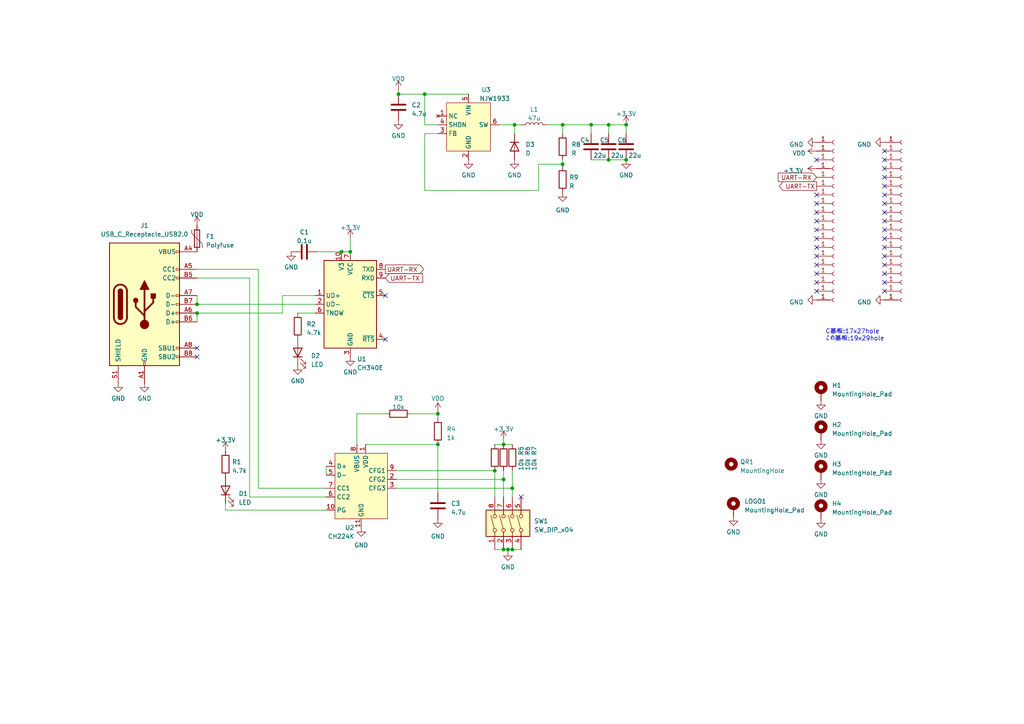
<source format=kicad_sch>
(kicad_sch (version 20230121) (generator eeschema)

  (uuid c7c0525e-b838-441f-a535-9e9f56a02b62)

  (paper "A4")

  (lib_symbols
    (symbol "Connector:Conn_01x01_Socket" (pin_names (offset 1.016) hide) (in_bom yes) (on_board yes)
      (property "Reference" "J" (at 0 2.54 0)
        (effects (font (size 1.27 1.27)))
      )
      (property "Value" "Conn_01x01_Socket" (at 0 -2.54 0)
        (effects (font (size 1.27 1.27)))
      )
      (property "Footprint" "" (at 0 0 0)
        (effects (font (size 1.27 1.27)) hide)
      )
      (property "Datasheet" "~" (at 0 0 0)
        (effects (font (size 1.27 1.27)) hide)
      )
      (property "ki_locked" "" (at 0 0 0)
        (effects (font (size 1.27 1.27)))
      )
      (property "ki_keywords" "connector" (at 0 0 0)
        (effects (font (size 1.27 1.27)) hide)
      )
      (property "ki_description" "Generic connector, single row, 01x01, script generated" (at 0 0 0)
        (effects (font (size 1.27 1.27)) hide)
      )
      (property "ki_fp_filters" "Connector*:*_1x??_*" (at 0 0 0)
        (effects (font (size 1.27 1.27)) hide)
      )
      (symbol "Conn_01x01_Socket_1_1"
        (polyline
          (pts
            (xy -1.27 0)
            (xy -0.508 0)
          )
          (stroke (width 0.1524) (type default))
          (fill (type none))
        )
        (arc (start 0 0.508) (mid -0.5058 0) (end 0 -0.508)
          (stroke (width 0.1524) (type default))
          (fill (type none))
        )
        (pin passive line (at -5.08 0 0) (length 3.81)
          (name "Pin_1" (effects (font (size 1.27 1.27))))
          (number "1" (effects (font (size 1.27 1.27))))
        )
      )
    )
    (symbol "Connector:USB_C_Receptacle_USB2.0" (pin_names (offset 1.016)) (in_bom yes) (on_board yes)
      (property "Reference" "J" (at -10.16 19.05 0)
        (effects (font (size 1.27 1.27)) (justify left))
      )
      (property "Value" "USB_C_Receptacle_USB2.0" (at 19.05 19.05 0)
        (effects (font (size 1.27 1.27)) (justify right))
      )
      (property "Footprint" "" (at 3.81 0 0)
        (effects (font (size 1.27 1.27)) hide)
      )
      (property "Datasheet" "https://www.usb.org/sites/default/files/documents/usb_type-c.zip" (at 3.81 0 0)
        (effects (font (size 1.27 1.27)) hide)
      )
      (property "ki_keywords" "usb universal serial bus type-C USB2.0" (at 0 0 0)
        (effects (font (size 1.27 1.27)) hide)
      )
      (property "ki_description" "USB 2.0-only Type-C Receptacle connector" (at 0 0 0)
        (effects (font (size 1.27 1.27)) hide)
      )
      (property "ki_fp_filters" "USB*C*Receptacle*" (at 0 0 0)
        (effects (font (size 1.27 1.27)) hide)
      )
      (symbol "USB_C_Receptacle_USB2.0_0_0"
        (rectangle (start -0.254 -17.78) (end 0.254 -16.764)
          (stroke (width 0) (type default))
          (fill (type none))
        )
        (rectangle (start 10.16 -14.986) (end 9.144 -15.494)
          (stroke (width 0) (type default))
          (fill (type none))
        )
        (rectangle (start 10.16 -12.446) (end 9.144 -12.954)
          (stroke (width 0) (type default))
          (fill (type none))
        )
        (rectangle (start 10.16 -4.826) (end 9.144 -5.334)
          (stroke (width 0) (type default))
          (fill (type none))
        )
        (rectangle (start 10.16 -2.286) (end 9.144 -2.794)
          (stroke (width 0) (type default))
          (fill (type none))
        )
        (rectangle (start 10.16 0.254) (end 9.144 -0.254)
          (stroke (width 0) (type default))
          (fill (type none))
        )
        (rectangle (start 10.16 2.794) (end 9.144 2.286)
          (stroke (width 0) (type default))
          (fill (type none))
        )
        (rectangle (start 10.16 7.874) (end 9.144 7.366)
          (stroke (width 0) (type default))
          (fill (type none))
        )
        (rectangle (start 10.16 10.414) (end 9.144 9.906)
          (stroke (width 0) (type default))
          (fill (type none))
        )
        (rectangle (start 10.16 15.494) (end 9.144 14.986)
          (stroke (width 0) (type default))
          (fill (type none))
        )
      )
      (symbol "USB_C_Receptacle_USB2.0_0_1"
        (rectangle (start -10.16 17.78) (end 10.16 -17.78)
          (stroke (width 0.254) (type default))
          (fill (type background))
        )
        (arc (start -8.89 -3.81) (mid -6.985 -5.7067) (end -5.08 -3.81)
          (stroke (width 0.508) (type default))
          (fill (type none))
        )
        (arc (start -7.62 -3.81) (mid -6.985 -4.4423) (end -6.35 -3.81)
          (stroke (width 0.254) (type default))
          (fill (type none))
        )
        (arc (start -7.62 -3.81) (mid -6.985 -4.4423) (end -6.35 -3.81)
          (stroke (width 0.254) (type default))
          (fill (type outline))
        )
        (rectangle (start -7.62 -3.81) (end -6.35 3.81)
          (stroke (width 0.254) (type default))
          (fill (type outline))
        )
        (arc (start -6.35 3.81) (mid -6.985 4.4423) (end -7.62 3.81)
          (stroke (width 0.254) (type default))
          (fill (type none))
        )
        (arc (start -6.35 3.81) (mid -6.985 4.4423) (end -7.62 3.81)
          (stroke (width 0.254) (type default))
          (fill (type outline))
        )
        (arc (start -5.08 3.81) (mid -6.985 5.7067) (end -8.89 3.81)
          (stroke (width 0.508) (type default))
          (fill (type none))
        )
        (circle (center -2.54 1.143) (radius 0.635)
          (stroke (width 0.254) (type default))
          (fill (type outline))
        )
        (circle (center 0 -5.842) (radius 1.27)
          (stroke (width 0) (type default))
          (fill (type outline))
        )
        (polyline
          (pts
            (xy -8.89 -3.81)
            (xy -8.89 3.81)
          )
          (stroke (width 0.508) (type default))
          (fill (type none))
        )
        (polyline
          (pts
            (xy -5.08 3.81)
            (xy -5.08 -3.81)
          )
          (stroke (width 0.508) (type default))
          (fill (type none))
        )
        (polyline
          (pts
            (xy 0 -5.842)
            (xy 0 4.318)
          )
          (stroke (width 0.508) (type default))
          (fill (type none))
        )
        (polyline
          (pts
            (xy 0 -3.302)
            (xy -2.54 -0.762)
            (xy -2.54 0.508)
          )
          (stroke (width 0.508) (type default))
          (fill (type none))
        )
        (polyline
          (pts
            (xy 0 -2.032)
            (xy 2.54 0.508)
            (xy 2.54 1.778)
          )
          (stroke (width 0.508) (type default))
          (fill (type none))
        )
        (polyline
          (pts
            (xy -1.27 4.318)
            (xy 0 6.858)
            (xy 1.27 4.318)
            (xy -1.27 4.318)
          )
          (stroke (width 0.254) (type default))
          (fill (type outline))
        )
        (rectangle (start 1.905 1.778) (end 3.175 3.048)
          (stroke (width 0.254) (type default))
          (fill (type outline))
        )
      )
      (symbol "USB_C_Receptacle_USB2.0_1_1"
        (pin passive line (at 0 -22.86 90) (length 5.08)
          (name "GND" (effects (font (size 1.27 1.27))))
          (number "A1" (effects (font (size 1.27 1.27))))
        )
        (pin passive line (at 0 -22.86 90) (length 5.08) hide
          (name "GND" (effects (font (size 1.27 1.27))))
          (number "A12" (effects (font (size 1.27 1.27))))
        )
        (pin passive line (at 15.24 15.24 180) (length 5.08)
          (name "VBUS" (effects (font (size 1.27 1.27))))
          (number "A4" (effects (font (size 1.27 1.27))))
        )
        (pin bidirectional line (at 15.24 10.16 180) (length 5.08)
          (name "CC1" (effects (font (size 1.27 1.27))))
          (number "A5" (effects (font (size 1.27 1.27))))
        )
        (pin bidirectional line (at 15.24 -2.54 180) (length 5.08)
          (name "D+" (effects (font (size 1.27 1.27))))
          (number "A6" (effects (font (size 1.27 1.27))))
        )
        (pin bidirectional line (at 15.24 2.54 180) (length 5.08)
          (name "D-" (effects (font (size 1.27 1.27))))
          (number "A7" (effects (font (size 1.27 1.27))))
        )
        (pin bidirectional line (at 15.24 -12.7 180) (length 5.08)
          (name "SBU1" (effects (font (size 1.27 1.27))))
          (number "A8" (effects (font (size 1.27 1.27))))
        )
        (pin passive line (at 15.24 15.24 180) (length 5.08) hide
          (name "VBUS" (effects (font (size 1.27 1.27))))
          (number "A9" (effects (font (size 1.27 1.27))))
        )
        (pin passive line (at 0 -22.86 90) (length 5.08) hide
          (name "GND" (effects (font (size 1.27 1.27))))
          (number "B1" (effects (font (size 1.27 1.27))))
        )
        (pin passive line (at 0 -22.86 90) (length 5.08) hide
          (name "GND" (effects (font (size 1.27 1.27))))
          (number "B12" (effects (font (size 1.27 1.27))))
        )
        (pin passive line (at 15.24 15.24 180) (length 5.08) hide
          (name "VBUS" (effects (font (size 1.27 1.27))))
          (number "B4" (effects (font (size 1.27 1.27))))
        )
        (pin bidirectional line (at 15.24 7.62 180) (length 5.08)
          (name "CC2" (effects (font (size 1.27 1.27))))
          (number "B5" (effects (font (size 1.27 1.27))))
        )
        (pin bidirectional line (at 15.24 -5.08 180) (length 5.08)
          (name "D+" (effects (font (size 1.27 1.27))))
          (number "B6" (effects (font (size 1.27 1.27))))
        )
        (pin bidirectional line (at 15.24 0 180) (length 5.08)
          (name "D-" (effects (font (size 1.27 1.27))))
          (number "B7" (effects (font (size 1.27 1.27))))
        )
        (pin bidirectional line (at 15.24 -15.24 180) (length 5.08)
          (name "SBU2" (effects (font (size 1.27 1.27))))
          (number "B8" (effects (font (size 1.27 1.27))))
        )
        (pin passive line (at 15.24 15.24 180) (length 5.08) hide
          (name "VBUS" (effects (font (size 1.27 1.27))))
          (number "B9" (effects (font (size 1.27 1.27))))
        )
        (pin passive line (at -7.62 -22.86 90) (length 5.08)
          (name "SHIELD" (effects (font (size 1.27 1.27))))
          (number "S1" (effects (font (size 1.27 1.27))))
        )
      )
    )
    (symbol "Device:C" (pin_numbers hide) (pin_names (offset 0.254)) (in_bom yes) (on_board yes)
      (property "Reference" "C" (at 0.635 2.54 0)
        (effects (font (size 1.27 1.27)) (justify left))
      )
      (property "Value" "C" (at 0.635 -2.54 0)
        (effects (font (size 1.27 1.27)) (justify left))
      )
      (property "Footprint" "" (at 0.9652 -3.81 0)
        (effects (font (size 1.27 1.27)) hide)
      )
      (property "Datasheet" "~" (at 0 0 0)
        (effects (font (size 1.27 1.27)) hide)
      )
      (property "ki_keywords" "cap capacitor" (at 0 0 0)
        (effects (font (size 1.27 1.27)) hide)
      )
      (property "ki_description" "Unpolarized capacitor" (at 0 0 0)
        (effects (font (size 1.27 1.27)) hide)
      )
      (property "ki_fp_filters" "C_*" (at 0 0 0)
        (effects (font (size 1.27 1.27)) hide)
      )
      (symbol "C_0_1"
        (polyline
          (pts
            (xy -2.032 -0.762)
            (xy 2.032 -0.762)
          )
          (stroke (width 0.508) (type default))
          (fill (type none))
        )
        (polyline
          (pts
            (xy -2.032 0.762)
            (xy 2.032 0.762)
          )
          (stroke (width 0.508) (type default))
          (fill (type none))
        )
      )
      (symbol "C_1_1"
        (pin passive line (at 0 3.81 270) (length 2.794)
          (name "~" (effects (font (size 1.27 1.27))))
          (number "1" (effects (font (size 1.27 1.27))))
        )
        (pin passive line (at 0 -3.81 90) (length 2.794)
          (name "~" (effects (font (size 1.27 1.27))))
          (number "2" (effects (font (size 1.27 1.27))))
        )
      )
    )
    (symbol "Device:D" (pin_numbers hide) (pin_names (offset 1.016) hide) (in_bom yes) (on_board yes)
      (property "Reference" "D" (at 0 2.54 0)
        (effects (font (size 1.27 1.27)))
      )
      (property "Value" "D" (at 0 -2.54 0)
        (effects (font (size 1.27 1.27)))
      )
      (property "Footprint" "" (at 0 0 0)
        (effects (font (size 1.27 1.27)) hide)
      )
      (property "Datasheet" "~" (at 0 0 0)
        (effects (font (size 1.27 1.27)) hide)
      )
      (property "Sim.Device" "D" (at 0 0 0)
        (effects (font (size 1.27 1.27)) hide)
      )
      (property "Sim.Pins" "1=K 2=A" (at 0 0 0)
        (effects (font (size 1.27 1.27)) hide)
      )
      (property "ki_keywords" "diode" (at 0 0 0)
        (effects (font (size 1.27 1.27)) hide)
      )
      (property "ki_description" "Diode" (at 0 0 0)
        (effects (font (size 1.27 1.27)) hide)
      )
      (property "ki_fp_filters" "TO-???* *_Diode_* *SingleDiode* D_*" (at 0 0 0)
        (effects (font (size 1.27 1.27)) hide)
      )
      (symbol "D_0_1"
        (polyline
          (pts
            (xy -1.27 1.27)
            (xy -1.27 -1.27)
          )
          (stroke (width 0.254) (type default))
          (fill (type none))
        )
        (polyline
          (pts
            (xy 1.27 0)
            (xy -1.27 0)
          )
          (stroke (width 0) (type default))
          (fill (type none))
        )
        (polyline
          (pts
            (xy 1.27 1.27)
            (xy 1.27 -1.27)
            (xy -1.27 0)
            (xy 1.27 1.27)
          )
          (stroke (width 0.254) (type default))
          (fill (type none))
        )
      )
      (symbol "D_1_1"
        (pin passive line (at -3.81 0 0) (length 2.54)
          (name "K" (effects (font (size 1.27 1.27))))
          (number "1" (effects (font (size 1.27 1.27))))
        )
        (pin passive line (at 3.81 0 180) (length 2.54)
          (name "A" (effects (font (size 1.27 1.27))))
          (number "2" (effects (font (size 1.27 1.27))))
        )
      )
    )
    (symbol "Device:L" (pin_numbers hide) (pin_names (offset 1.016) hide) (in_bom yes) (on_board yes)
      (property "Reference" "L" (at -1.27 0 90)
        (effects (font (size 1.27 1.27)))
      )
      (property "Value" "L" (at 1.905 0 90)
        (effects (font (size 1.27 1.27)))
      )
      (property "Footprint" "" (at 0 0 0)
        (effects (font (size 1.27 1.27)) hide)
      )
      (property "Datasheet" "~" (at 0 0 0)
        (effects (font (size 1.27 1.27)) hide)
      )
      (property "ki_keywords" "inductor choke coil reactor magnetic" (at 0 0 0)
        (effects (font (size 1.27 1.27)) hide)
      )
      (property "ki_description" "Inductor" (at 0 0 0)
        (effects (font (size 1.27 1.27)) hide)
      )
      (property "ki_fp_filters" "Choke_* *Coil* Inductor_* L_*" (at 0 0 0)
        (effects (font (size 1.27 1.27)) hide)
      )
      (symbol "L_0_1"
        (arc (start 0 -2.54) (mid 0.6323 -1.905) (end 0 -1.27)
          (stroke (width 0) (type default))
          (fill (type none))
        )
        (arc (start 0 -1.27) (mid 0.6323 -0.635) (end 0 0)
          (stroke (width 0) (type default))
          (fill (type none))
        )
        (arc (start 0 0) (mid 0.6323 0.635) (end 0 1.27)
          (stroke (width 0) (type default))
          (fill (type none))
        )
        (arc (start 0 1.27) (mid 0.6323 1.905) (end 0 2.54)
          (stroke (width 0) (type default))
          (fill (type none))
        )
      )
      (symbol "L_1_1"
        (pin passive line (at 0 3.81 270) (length 1.27)
          (name "1" (effects (font (size 1.27 1.27))))
          (number "1" (effects (font (size 1.27 1.27))))
        )
        (pin passive line (at 0 -3.81 90) (length 1.27)
          (name "2" (effects (font (size 1.27 1.27))))
          (number "2" (effects (font (size 1.27 1.27))))
        )
      )
    )
    (symbol "Device:LED" (pin_numbers hide) (pin_names (offset 1.016) hide) (in_bom yes) (on_board yes)
      (property "Reference" "D" (at 0 2.54 0)
        (effects (font (size 1.27 1.27)))
      )
      (property "Value" "LED" (at 0 -2.54 0)
        (effects (font (size 1.27 1.27)))
      )
      (property "Footprint" "" (at 0 0 0)
        (effects (font (size 1.27 1.27)) hide)
      )
      (property "Datasheet" "~" (at 0 0 0)
        (effects (font (size 1.27 1.27)) hide)
      )
      (property "ki_keywords" "LED diode" (at 0 0 0)
        (effects (font (size 1.27 1.27)) hide)
      )
      (property "ki_description" "Light emitting diode" (at 0 0 0)
        (effects (font (size 1.27 1.27)) hide)
      )
      (property "ki_fp_filters" "LED* LED_SMD:* LED_THT:*" (at 0 0 0)
        (effects (font (size 1.27 1.27)) hide)
      )
      (symbol "LED_0_1"
        (polyline
          (pts
            (xy -1.27 -1.27)
            (xy -1.27 1.27)
          )
          (stroke (width 0.254) (type default))
          (fill (type none))
        )
        (polyline
          (pts
            (xy -1.27 0)
            (xy 1.27 0)
          )
          (stroke (width 0) (type default))
          (fill (type none))
        )
        (polyline
          (pts
            (xy 1.27 -1.27)
            (xy 1.27 1.27)
            (xy -1.27 0)
            (xy 1.27 -1.27)
          )
          (stroke (width 0.254) (type default))
          (fill (type none))
        )
        (polyline
          (pts
            (xy -3.048 -0.762)
            (xy -4.572 -2.286)
            (xy -3.81 -2.286)
            (xy -4.572 -2.286)
            (xy -4.572 -1.524)
          )
          (stroke (width 0) (type default))
          (fill (type none))
        )
        (polyline
          (pts
            (xy -1.778 -0.762)
            (xy -3.302 -2.286)
            (xy -2.54 -2.286)
            (xy -3.302 -2.286)
            (xy -3.302 -1.524)
          )
          (stroke (width 0) (type default))
          (fill (type none))
        )
      )
      (symbol "LED_1_1"
        (pin passive line (at -3.81 0 0) (length 2.54)
          (name "K" (effects (font (size 1.27 1.27))))
          (number "1" (effects (font (size 1.27 1.27))))
        )
        (pin passive line (at 3.81 0 180) (length 2.54)
          (name "A" (effects (font (size 1.27 1.27))))
          (number "2" (effects (font (size 1.27 1.27))))
        )
      )
    )
    (symbol "Device:Polyfuse" (pin_numbers hide) (pin_names (offset 0)) (in_bom yes) (on_board yes)
      (property "Reference" "F" (at -2.54 0 90)
        (effects (font (size 1.27 1.27)))
      )
      (property "Value" "Polyfuse" (at 2.54 0 90)
        (effects (font (size 1.27 1.27)))
      )
      (property "Footprint" "" (at 1.27 -5.08 0)
        (effects (font (size 1.27 1.27)) (justify left) hide)
      )
      (property "Datasheet" "~" (at 0 0 0)
        (effects (font (size 1.27 1.27)) hide)
      )
      (property "ki_keywords" "resettable fuse PTC PPTC polyfuse polyswitch" (at 0 0 0)
        (effects (font (size 1.27 1.27)) hide)
      )
      (property "ki_description" "Resettable fuse, polymeric positive temperature coefficient" (at 0 0 0)
        (effects (font (size 1.27 1.27)) hide)
      )
      (property "ki_fp_filters" "*polyfuse* *PTC*" (at 0 0 0)
        (effects (font (size 1.27 1.27)) hide)
      )
      (symbol "Polyfuse_0_1"
        (rectangle (start -0.762 2.54) (end 0.762 -2.54)
          (stroke (width 0.254) (type default))
          (fill (type none))
        )
        (polyline
          (pts
            (xy 0 2.54)
            (xy 0 -2.54)
          )
          (stroke (width 0) (type default))
          (fill (type none))
        )
        (polyline
          (pts
            (xy -1.524 2.54)
            (xy -1.524 1.524)
            (xy 1.524 -1.524)
            (xy 1.524 -2.54)
          )
          (stroke (width 0) (type default))
          (fill (type none))
        )
      )
      (symbol "Polyfuse_1_1"
        (pin passive line (at 0 3.81 270) (length 1.27)
          (name "~" (effects (font (size 1.27 1.27))))
          (number "1" (effects (font (size 1.27 1.27))))
        )
        (pin passive line (at 0 -3.81 90) (length 1.27)
          (name "~" (effects (font (size 1.27 1.27))))
          (number "2" (effects (font (size 1.27 1.27))))
        )
      )
    )
    (symbol "Device:R" (pin_numbers hide) (pin_names (offset 0)) (in_bom yes) (on_board yes)
      (property "Reference" "R" (at 2.032 0 90)
        (effects (font (size 1.27 1.27)))
      )
      (property "Value" "R" (at 0 0 90)
        (effects (font (size 1.27 1.27)))
      )
      (property "Footprint" "" (at -1.778 0 90)
        (effects (font (size 1.27 1.27)) hide)
      )
      (property "Datasheet" "~" (at 0 0 0)
        (effects (font (size 1.27 1.27)) hide)
      )
      (property "ki_keywords" "R res resistor" (at 0 0 0)
        (effects (font (size 1.27 1.27)) hide)
      )
      (property "ki_description" "Resistor" (at 0 0 0)
        (effects (font (size 1.27 1.27)) hide)
      )
      (property "ki_fp_filters" "R_*" (at 0 0 0)
        (effects (font (size 1.27 1.27)) hide)
      )
      (symbol "R_0_1"
        (rectangle (start -1.016 -2.54) (end 1.016 2.54)
          (stroke (width 0.254) (type default))
          (fill (type none))
        )
      )
      (symbol "R_1_1"
        (pin passive line (at 0 3.81 270) (length 1.27)
          (name "~" (effects (font (size 1.27 1.27))))
          (number "1" (effects (font (size 1.27 1.27))))
        )
        (pin passive line (at 0 -3.81 90) (length 1.27)
          (name "~" (effects (font (size 1.27 1.27))))
          (number "2" (effects (font (size 1.27 1.27))))
        )
      )
    )
    (symbol "Interface_USB:CH340E" (in_bom yes) (on_board yes)
      (property "Reference" "U" (at -5.08 13.97 0)
        (effects (font (size 1.27 1.27)) (justify right))
      )
      (property "Value" "CH340E" (at 1.27 13.97 0)
        (effects (font (size 1.27 1.27)) (justify left))
      )
      (property "Footprint" "Package_SO:MSOP-10_3x3mm_P0.5mm" (at 1.27 -13.97 0)
        (effects (font (size 1.27 1.27)) (justify left) hide)
      )
      (property "Datasheet" "https://www.mpja.com/download/35227cpdata.pdf" (at -8.89 20.32 0)
        (effects (font (size 1.27 1.27)) hide)
      )
      (property "ki_keywords" "USB UART Serial Converter Interface" (at 0 0 0)
        (effects (font (size 1.27 1.27)) hide)
      )
      (property "ki_description" "USB serial converter, UART, MSOP-10" (at 0 0 0)
        (effects (font (size 1.27 1.27)) hide)
      )
      (property "ki_fp_filters" "MSOP*3x3mm*P0.5mm*" (at 0 0 0)
        (effects (font (size 1.27 1.27)) hide)
      )
      (symbol "CH340E_0_1"
        (rectangle (start -7.62 12.7) (end 7.62 -12.7)
          (stroke (width 0.254) (type default))
          (fill (type background))
        )
      )
      (symbol "CH340E_1_1"
        (pin bidirectional line (at -10.16 2.54 0) (length 2.54)
          (name "UD+" (effects (font (size 1.27 1.27))))
          (number "1" (effects (font (size 1.27 1.27))))
        )
        (pin passive line (at -2.54 15.24 270) (length 2.54)
          (name "V3" (effects (font (size 1.27 1.27))))
          (number "10" (effects (font (size 1.27 1.27))))
        )
        (pin bidirectional line (at -10.16 0 0) (length 2.54)
          (name "UD-" (effects (font (size 1.27 1.27))))
          (number "2" (effects (font (size 1.27 1.27))))
        )
        (pin power_in line (at 0 -15.24 90) (length 2.54)
          (name "GND" (effects (font (size 1.27 1.27))))
          (number "3" (effects (font (size 1.27 1.27))))
        )
        (pin output line (at 10.16 -10.16 180) (length 2.54)
          (name "~{RTS}" (effects (font (size 1.27 1.27))))
          (number "4" (effects (font (size 1.27 1.27))))
        )
        (pin input line (at 10.16 2.54 180) (length 2.54)
          (name "~{CTS}" (effects (font (size 1.27 1.27))))
          (number "5" (effects (font (size 1.27 1.27))))
        )
        (pin output line (at -10.16 -2.54 0) (length 2.54)
          (name "TNOW" (effects (font (size 1.27 1.27))))
          (number "6" (effects (font (size 1.27 1.27))))
        )
        (pin power_in line (at 0 15.24 270) (length 2.54)
          (name "VCC" (effects (font (size 1.27 1.27))))
          (number "7" (effects (font (size 1.27 1.27))))
        )
        (pin output line (at 10.16 10.16 180) (length 2.54)
          (name "TXD" (effects (font (size 1.27 1.27))))
          (number "8" (effects (font (size 1.27 1.27))))
        )
        (pin input line (at 10.16 7.62 180) (length 2.54)
          (name "RXD" (effects (font (size 1.27 1.27))))
          (number "9" (effects (font (size 1.27 1.27))))
        )
      )
    )
    (symbol "Mechanical:MountingHole" (pin_names (offset 1.016)) (in_bom yes) (on_board yes)
      (property "Reference" "H" (at 0 5.08 0)
        (effects (font (size 1.27 1.27)))
      )
      (property "Value" "MountingHole" (at 0 3.175 0)
        (effects (font (size 1.27 1.27)))
      )
      (property "Footprint" "" (at 0 0 0)
        (effects (font (size 1.27 1.27)) hide)
      )
      (property "Datasheet" "~" (at 0 0 0)
        (effects (font (size 1.27 1.27)) hide)
      )
      (property "ki_keywords" "mounting hole" (at 0 0 0)
        (effects (font (size 1.27 1.27)) hide)
      )
      (property "ki_description" "Mounting Hole without connection" (at 0 0 0)
        (effects (font (size 1.27 1.27)) hide)
      )
      (property "ki_fp_filters" "MountingHole*" (at 0 0 0)
        (effects (font (size 1.27 1.27)) hide)
      )
      (symbol "MountingHole_0_1"
        (circle (center 0 0) (radius 1.27)
          (stroke (width 1.27) (type default))
          (fill (type none))
        )
      )
    )
    (symbol "Mechanical:MountingHole_Pad" (pin_numbers hide) (pin_names (offset 1.016) hide) (in_bom yes) (on_board yes)
      (property "Reference" "H" (at 0 6.35 0)
        (effects (font (size 1.27 1.27)))
      )
      (property "Value" "MountingHole_Pad" (at 0 4.445 0)
        (effects (font (size 1.27 1.27)))
      )
      (property "Footprint" "" (at 0 0 0)
        (effects (font (size 1.27 1.27)) hide)
      )
      (property "Datasheet" "~" (at 0 0 0)
        (effects (font (size 1.27 1.27)) hide)
      )
      (property "ki_keywords" "mounting hole" (at 0 0 0)
        (effects (font (size 1.27 1.27)) hide)
      )
      (property "ki_description" "Mounting Hole with connection" (at 0 0 0)
        (effects (font (size 1.27 1.27)) hide)
      )
      (property "ki_fp_filters" "MountingHole*Pad*" (at 0 0 0)
        (effects (font (size 1.27 1.27)) hide)
      )
      (symbol "MountingHole_Pad_0_1"
        (circle (center 0 1.27) (radius 1.27)
          (stroke (width 1.27) (type default))
          (fill (type none))
        )
      )
      (symbol "MountingHole_Pad_1_1"
        (pin input line (at 0 -2.54 90) (length 2.54)
          (name "1" (effects (font (size 1.27 1.27))))
          (number "1" (effects (font (size 1.27 1.27))))
        )
      )
    )
    (symbol "Robocon_Analog:NJW1933" (in_bom yes) (on_board yes)
      (property "Reference" "U" (at 2.54 2.54 0)
        (effects (font (size 1.27 1.27)))
      )
      (property "Value" "NJW1933" (at 6.35 0 0)
        (effects (font (size 1.27 1.27)))
      )
      (property "Footprint" "Package_TO_SOT_SMD:SOT-23-6_Handsoldering" (at 0 0 0)
        (effects (font (size 1.27 1.27)) hide)
      )
      (property "Datasheet" "" (at 0 0 0)
        (effects (font (size 1.27 1.27)) hide)
      )
      (symbol "NJW1933_0_1"
        (rectangle (start -6.35 -1.27) (end 6.35 -15.24)
          (stroke (width 0) (type default))
          (fill (type background))
        )
      )
      (symbol "NJW1933_1_1"
        (pin no_connect line (at -8.89 -5.08 0) (length 2.54)
          (name "NC" (effects (font (size 1.27 1.27))))
          (number "1" (effects (font (size 1.27 1.27))))
        )
        (pin power_in line (at 0 -17.78 90) (length 2.54)
          (name "GND" (effects (font (size 1.27 1.27))))
          (number "2" (effects (font (size 1.27 1.27))))
        )
        (pin input line (at -8.89 -10.16 0) (length 2.54)
          (name "FB" (effects (font (size 1.27 1.27))))
          (number "3" (effects (font (size 1.27 1.27))))
        )
        (pin input line (at -8.89 -7.62 0) (length 2.54)
          (name "SHDN" (effects (font (size 1.27 1.27))))
          (number "4" (effects (font (size 1.27 1.27))))
        )
        (pin input line (at 0 1.27 270) (length 2.54)
          (name "VIN" (effects (font (size 1.27 1.27))))
          (number "5" (effects (font (size 1.27 1.27))))
        )
        (pin power_out line (at 8.89 -7.62 180) (length 2.54)
          (name "SW" (effects (font (size 1.27 1.27))))
          (number "6" (effects (font (size 1.27 1.27))))
        )
      )
    )
    (symbol "Robocon_USB:CH224K" (in_bom yes) (on_board yes)
      (property "Reference" "U" (at 3.81 -21.59 0)
        (effects (font (size 1.27 1.27)))
      )
      (property "Value" "CH224K" (at 6.35 -24.13 0)
        (effects (font (size 1.27 1.27)))
      )
      (property "Footprint" "Robocon_IC:ESSOP-10_3.9x4.9mm_P1.00mm" (at 0 0 0)
        (effects (font (size 1.27 1.27)) hide)
      )
      (property "Datasheet" "" (at 0 0 0)
        (effects (font (size 1.27 1.27)) hide)
      )
      (symbol "CH224K_0_1"
        (rectangle (start -7.62 -1.27) (end 7.62 -20.32)
          (stroke (width 0) (type default))
          (fill (type background))
        )
      )
      (symbol "CH224K_1_1"
        (pin power_in line (at -1.27 1.27 270) (length 2.54)
          (name "VDD" (effects (font (size 1.27 1.27))))
          (number "1" (effects (font (size 1.27 1.27))))
        )
        (pin open_collector line (at 10.16 -17.78 180) (length 2.54)
          (name "PG" (effects (font (size 1.27 1.27))))
          (number "10" (effects (font (size 1.27 1.27))))
        )
        (pin power_in line (at 0 -22.86 90) (length 2.54)
          (name "GND" (effects (font (size 1.27 1.27))))
          (number "11" (effects (font (size 1.27 1.27))))
        )
        (pin input line (at -10.16 -8.89 0) (length 2.54)
          (name "CFG2" (effects (font (size 1.27 1.27))))
          (number "2" (effects (font (size 1.27 1.27))))
        )
        (pin input line (at -10.16 -11.43 0) (length 2.54)
          (name "CFG3" (effects (font (size 1.27 1.27))))
          (number "3" (effects (font (size 1.27 1.27))))
        )
        (pin bidirectional line (at 10.16 -5.08 180) (length 2.54)
          (name "D+" (effects (font (size 1.27 1.27))))
          (number "4" (effects (font (size 1.27 1.27))))
        )
        (pin bidirectional line (at 10.16 -7.62 180) (length 2.54)
          (name "D-" (effects (font (size 1.27 1.27))))
          (number "5" (effects (font (size 1.27 1.27))))
        )
        (pin input line (at 10.16 -13.97 180) (length 2.54)
          (name "CC2" (effects (font (size 1.27 1.27))))
          (number "6" (effects (font (size 1.27 1.27))))
        )
        (pin input line (at 10.16 -11.43 180) (length 2.54)
          (name "CC1" (effects (font (size 1.27 1.27))))
          (number "7" (effects (font (size 1.27 1.27))))
        )
        (pin input line (at 1.27 1.27 270) (length 2.54)
          (name "VBUS" (effects (font (size 1.27 1.27))))
          (number "8" (effects (font (size 1.27 1.27))))
        )
        (pin input line (at -10.16 -6.35 0) (length 2.54)
          (name "CFG1" (effects (font (size 1.27 1.27))))
          (number "9" (effects (font (size 1.27 1.27))))
        )
      )
    )
    (symbol "Switch:SW_DIP_x04" (pin_names (offset 0) hide) (in_bom yes) (on_board yes)
      (property "Reference" "SW" (at 0 8.89 0)
        (effects (font (size 1.27 1.27)))
      )
      (property "Value" "SW_DIP_x04" (at 0 -6.35 0)
        (effects (font (size 1.27 1.27)))
      )
      (property "Footprint" "" (at 0 0 0)
        (effects (font (size 1.27 1.27)) hide)
      )
      (property "Datasheet" "~" (at 0 0 0)
        (effects (font (size 1.27 1.27)) hide)
      )
      (property "ki_keywords" "dip switch" (at 0 0 0)
        (effects (font (size 1.27 1.27)) hide)
      )
      (property "ki_description" "4x DIP Switch, Single Pole Single Throw (SPST) switch, small symbol" (at 0 0 0)
        (effects (font (size 1.27 1.27)) hide)
      )
      (property "ki_fp_filters" "SW?DIP?x4*" (at 0 0 0)
        (effects (font (size 1.27 1.27)) hide)
      )
      (symbol "SW_DIP_x04_0_0"
        (circle (center -2.032 -2.54) (radius 0.508)
          (stroke (width 0) (type default))
          (fill (type none))
        )
        (circle (center -2.032 0) (radius 0.508)
          (stroke (width 0) (type default))
          (fill (type none))
        )
        (circle (center -2.032 2.54) (radius 0.508)
          (stroke (width 0) (type default))
          (fill (type none))
        )
        (circle (center -2.032 5.08) (radius 0.508)
          (stroke (width 0) (type default))
          (fill (type none))
        )
        (polyline
          (pts
            (xy -1.524 -2.3876)
            (xy 2.3622 -1.3462)
          )
          (stroke (width 0) (type default))
          (fill (type none))
        )
        (polyline
          (pts
            (xy -1.524 0.127)
            (xy 2.3622 1.1684)
          )
          (stroke (width 0) (type default))
          (fill (type none))
        )
        (polyline
          (pts
            (xy -1.524 2.667)
            (xy 2.3622 3.7084)
          )
          (stroke (width 0) (type default))
          (fill (type none))
        )
        (polyline
          (pts
            (xy -1.524 5.207)
            (xy 2.3622 6.2484)
          )
          (stroke (width 0) (type default))
          (fill (type none))
        )
        (circle (center 2.032 -2.54) (radius 0.508)
          (stroke (width 0) (type default))
          (fill (type none))
        )
        (circle (center 2.032 0) (radius 0.508)
          (stroke (width 0) (type default))
          (fill (type none))
        )
        (circle (center 2.032 2.54) (radius 0.508)
          (stroke (width 0) (type default))
          (fill (type none))
        )
        (circle (center 2.032 5.08) (radius 0.508)
          (stroke (width 0) (type default))
          (fill (type none))
        )
      )
      (symbol "SW_DIP_x04_0_1"
        (rectangle (start -3.81 7.62) (end 3.81 -5.08)
          (stroke (width 0.254) (type default))
          (fill (type background))
        )
      )
      (symbol "SW_DIP_x04_1_1"
        (pin passive line (at -7.62 5.08 0) (length 5.08)
          (name "~" (effects (font (size 1.27 1.27))))
          (number "1" (effects (font (size 1.27 1.27))))
        )
        (pin passive line (at -7.62 2.54 0) (length 5.08)
          (name "~" (effects (font (size 1.27 1.27))))
          (number "2" (effects (font (size 1.27 1.27))))
        )
        (pin passive line (at -7.62 0 0) (length 5.08)
          (name "~" (effects (font (size 1.27 1.27))))
          (number "3" (effects (font (size 1.27 1.27))))
        )
        (pin passive line (at -7.62 -2.54 0) (length 5.08)
          (name "~" (effects (font (size 1.27 1.27))))
          (number "4" (effects (font (size 1.27 1.27))))
        )
        (pin passive line (at 7.62 -2.54 180) (length 5.08)
          (name "~" (effects (font (size 1.27 1.27))))
          (number "5" (effects (font (size 1.27 1.27))))
        )
        (pin passive line (at 7.62 0 180) (length 5.08)
          (name "~" (effects (font (size 1.27 1.27))))
          (number "6" (effects (font (size 1.27 1.27))))
        )
        (pin passive line (at 7.62 2.54 180) (length 5.08)
          (name "~" (effects (font (size 1.27 1.27))))
          (number "7" (effects (font (size 1.27 1.27))))
        )
        (pin passive line (at 7.62 5.08 180) (length 5.08)
          (name "~" (effects (font (size 1.27 1.27))))
          (number "8" (effects (font (size 1.27 1.27))))
        )
      )
    )
    (symbol "power:+3.3V" (power) (pin_names (offset 0)) (in_bom yes) (on_board yes)
      (property "Reference" "#PWR" (at 0 -3.81 0)
        (effects (font (size 1.27 1.27)) hide)
      )
      (property "Value" "+3.3V" (at 0 3.556 0)
        (effects (font (size 1.27 1.27)))
      )
      (property "Footprint" "" (at 0 0 0)
        (effects (font (size 1.27 1.27)) hide)
      )
      (property "Datasheet" "" (at 0 0 0)
        (effects (font (size 1.27 1.27)) hide)
      )
      (property "ki_keywords" "global power" (at 0 0 0)
        (effects (font (size 1.27 1.27)) hide)
      )
      (property "ki_description" "Power symbol creates a global label with name \"+3.3V\"" (at 0 0 0)
        (effects (font (size 1.27 1.27)) hide)
      )
      (symbol "+3.3V_0_1"
        (polyline
          (pts
            (xy -0.762 1.27)
            (xy 0 2.54)
          )
          (stroke (width 0) (type default))
          (fill (type none))
        )
        (polyline
          (pts
            (xy 0 0)
            (xy 0 2.54)
          )
          (stroke (width 0) (type default))
          (fill (type none))
        )
        (polyline
          (pts
            (xy 0 2.54)
            (xy 0.762 1.27)
          )
          (stroke (width 0) (type default))
          (fill (type none))
        )
      )
      (symbol "+3.3V_1_1"
        (pin power_in line (at 0 0 90) (length 0) hide
          (name "+3.3V" (effects (font (size 1.27 1.27))))
          (number "1" (effects (font (size 1.27 1.27))))
        )
      )
    )
    (symbol "power:GND" (power) (pin_names (offset 0)) (in_bom yes) (on_board yes)
      (property "Reference" "#PWR" (at 0 -6.35 0)
        (effects (font (size 1.27 1.27)) hide)
      )
      (property "Value" "GND" (at 0 -3.81 0)
        (effects (font (size 1.27 1.27)))
      )
      (property "Footprint" "" (at 0 0 0)
        (effects (font (size 1.27 1.27)) hide)
      )
      (property "Datasheet" "" (at 0 0 0)
        (effects (font (size 1.27 1.27)) hide)
      )
      (property "ki_keywords" "global power" (at 0 0 0)
        (effects (font (size 1.27 1.27)) hide)
      )
      (property "ki_description" "Power symbol creates a global label with name \"GND\" , ground" (at 0 0 0)
        (effects (font (size 1.27 1.27)) hide)
      )
      (symbol "GND_0_1"
        (polyline
          (pts
            (xy 0 0)
            (xy 0 -1.27)
            (xy 1.27 -1.27)
            (xy 0 -2.54)
            (xy -1.27 -1.27)
            (xy 0 -1.27)
          )
          (stroke (width 0) (type default))
          (fill (type none))
        )
      )
      (symbol "GND_1_1"
        (pin power_in line (at 0 0 270) (length 0) hide
          (name "GND" (effects (font (size 1.27 1.27))))
          (number "1" (effects (font (size 1.27 1.27))))
        )
      )
    )
    (symbol "power:VDD" (power) (pin_names (offset 0)) (in_bom yes) (on_board yes)
      (property "Reference" "#PWR" (at 0 -3.81 0)
        (effects (font (size 1.27 1.27)) hide)
      )
      (property "Value" "VDD" (at 0 3.81 0)
        (effects (font (size 1.27 1.27)))
      )
      (property "Footprint" "" (at 0 0 0)
        (effects (font (size 1.27 1.27)) hide)
      )
      (property "Datasheet" "" (at 0 0 0)
        (effects (font (size 1.27 1.27)) hide)
      )
      (property "ki_keywords" "global power" (at 0 0 0)
        (effects (font (size 1.27 1.27)) hide)
      )
      (property "ki_description" "Power symbol creates a global label with name \"VDD\"" (at 0 0 0)
        (effects (font (size 1.27 1.27)) hide)
      )
      (symbol "VDD_0_1"
        (polyline
          (pts
            (xy -0.762 1.27)
            (xy 0 2.54)
          )
          (stroke (width 0) (type default))
          (fill (type none))
        )
        (polyline
          (pts
            (xy 0 0)
            (xy 0 2.54)
          )
          (stroke (width 0) (type default))
          (fill (type none))
        )
        (polyline
          (pts
            (xy 0 2.54)
            (xy 0.762 1.27)
          )
          (stroke (width 0) (type default))
          (fill (type none))
        )
      )
      (symbol "VDD_1_1"
        (pin power_in line (at 0 0 90) (length 0) hide
          (name "VDD" (effects (font (size 1.27 1.27))))
          (number "1" (effects (font (size 1.27 1.27))))
        )
      )
    )
  )

  (junction (at 176.53 46.355) (diameter 0) (color 0 0 0 0)
    (uuid 00367530-67ff-4414-bf7e-b5d2248a9156)
  )
  (junction (at 163.195 36.195) (diameter 0) (color 0 0 0 0)
    (uuid 021553ce-a5d5-447b-b7d9-74661f8e56ea)
  )
  (junction (at 148.59 141.605) (diameter 0) (color 0 0 0 0)
    (uuid 08dd3c68-5ddf-4813-bfb7-a82165357679)
  )
  (junction (at 99.06 73.025) (diameter 0) (color 0 0 0 0)
    (uuid 194c66d4-f2ed-4759-9755-f7f4a2991896)
  )
  (junction (at 127 128.905) (diameter 0) (color 0 0 0 0)
    (uuid 292646bc-31aa-4551-9c50-709a6d6e8996)
  )
  (junction (at 163.195 47.625) (diameter 0) (color 0 0 0 0)
    (uuid 2eb93d30-9a79-480e-8934-667c40da4617)
  )
  (junction (at 127 120.015) (diameter 0) (color 0 0 0 0)
    (uuid 36ee9fd0-af8a-4b8e-b78c-b04aa10361c1)
  )
  (junction (at 171.45 36.195) (diameter 0) (color 0 0 0 0)
    (uuid 4e4c83ef-aa6e-42fb-afd7-3ff960cb2726)
  )
  (junction (at 147.32 159.385) (diameter 0) (color 0 0 0 0)
    (uuid 5b92a854-2b32-4da0-92ea-5236c8a2e6d2)
  )
  (junction (at 146.05 159.385) (diameter 0) (color 0 0 0 0)
    (uuid 65baddc4-6efb-482a-8fd7-2e9d01224cab)
  )
  (junction (at 148.59 159.385) (diameter 0) (color 0 0 0 0)
    (uuid 7a86a555-becb-4c94-a212-f5ae8e3d7c28)
  )
  (junction (at 176.53 36.195) (diameter 0) (color 0 0 0 0)
    (uuid 871f1704-5147-4fcd-8600-09e032e0ed34)
  )
  (junction (at 181.61 36.195) (diameter 0) (color 0 0 0 0)
    (uuid 8cb6abff-7b6b-4e15-969c-31eafaf48aca)
  )
  (junction (at 123.19 27.305) (diameter 0) (color 0 0 0 0)
    (uuid 8fc467a1-dfd0-4cf7-bc33-386ee45b7aa4)
  )
  (junction (at 146.05 128.905) (diameter 0) (color 0 0 0 0)
    (uuid 956bdcf4-ccbd-40e8-a1e6-2534329126d6)
  )
  (junction (at 57.15 88.265) (diameter 0) (color 0 0 0 0)
    (uuid b03a2c30-a600-41ea-b0ff-85c532cb7aed)
  )
  (junction (at 143.51 136.525) (diameter 0) (color 0 0 0 0)
    (uuid c71d8d20-90de-4c9f-b4bd-e7e0f5ad77ff)
  )
  (junction (at 181.61 46.355) (diameter 0) (color 0 0 0 0)
    (uuid c9402609-c7b4-4ef1-9ddd-f562709f87c9)
  )
  (junction (at 115.57 27.305) (diameter 0) (color 0 0 0 0)
    (uuid d4bac8a4-3c84-4f53-905d-cb56845d7079)
  )
  (junction (at 57.15 90.805) (diameter 0) (color 0 0 0 0)
    (uuid e0eb5a42-b9ac-4cfb-8f47-cde0b0bee449)
  )
  (junction (at 149.225 36.195) (diameter 0) (color 0 0 0 0)
    (uuid e96a5d45-f112-461a-9f13-dc5d5d91b774)
  )
  (junction (at 101.6 73.025) (diameter 0) (color 0 0 0 0)
    (uuid ed85369a-48c8-45fa-9a96-a5bd0cd4bf0d)
  )
  (junction (at 146.05 139.065) (diameter 0) (color 0 0 0 0)
    (uuid f723bd48-49b1-46c6-935f-57418218cd95)
  )

  (no_connect (at 236.855 76.835) (uuid 16df298a-84f9-4a05-b101-dff0d45f957e))
  (no_connect (at 236.855 69.215) (uuid 1ce2769b-0c7a-4ba7-bb75-439f8b0cdccf))
  (no_connect (at 256.54 74.295) (uuid 1defed6b-500a-41b3-8420-7973d2dd73f7))
  (no_connect (at 256.54 56.515) (uuid 1ec91e90-4f5a-4150-9933-42f82869aa32))
  (no_connect (at 256.54 71.755) (uuid 211a8d77-4a26-4336-b2bb-2784a4402f85))
  (no_connect (at 236.855 84.455) (uuid 252f932a-7708-418f-b921-9ca9dcca21ef))
  (no_connect (at 236.855 74.295) (uuid 2d2a48b6-deac-4085-ac63-3d058c29f49c))
  (no_connect (at 256.54 61.595) (uuid 368c465a-9648-46a8-a804-01ba176d6a05))
  (no_connect (at 256.54 79.375) (uuid 395e20bd-27e1-4809-8240-4f0674b6d8da))
  (no_connect (at 256.54 76.835) (uuid 3a7b4563-b50a-4460-92c3-f07941778e32))
  (no_connect (at 236.855 46.355) (uuid 459b09a6-6627-4360-b916-7659d22ffb33))
  (no_connect (at 236.855 61.595) (uuid 48d81d3a-0073-42cd-9dea-628fb05f4a18))
  (no_connect (at 57.15 103.505) (uuid 4b66bf71-4239-4ef6-9b6e-0989e057e0af))
  (no_connect (at 256.54 53.975) (uuid 4d08cf74-1723-4e49-88df-da5821e9cf2b))
  (no_connect (at 236.855 56.515) (uuid 5d752c59-f09e-4879-a459-8eec3e3d3133))
  (no_connect (at 256.54 69.215) (uuid 641ec509-476e-4088-97ae-6b90832cafd0))
  (no_connect (at 151.13 144.145) (uuid 6ceb642f-ba0a-4d1d-83ff-2a62a4637bec))
  (no_connect (at 236.855 79.375) (uuid 7a3b94de-2d7b-4fcb-8f55-cafb7bc2bd8b))
  (no_connect (at 256.54 84.455) (uuid 7f660a17-d1e7-4ba5-8720-aadfefc21b03))
  (no_connect (at 256.54 46.355) (uuid 7fc517f4-f448-43f1-8145-ecc8c6e91870))
  (no_connect (at 236.855 81.915) (uuid 7fd79a70-b722-4675-b671-74fbc49f6b94))
  (no_connect (at 256.54 51.435) (uuid 8b65870d-707e-4719-847b-357d4990fc43))
  (no_connect (at 236.855 66.675) (uuid 969e30e2-baf4-4f54-8347-4981c4a8a588))
  (no_connect (at 111.76 85.725) (uuid 9ad0a62c-5227-4440-bb9c-320a5a457d54))
  (no_connect (at 236.855 64.135) (uuid a278a7a2-4394-4ac4-8d10-db1ef71817c1))
  (no_connect (at 256.54 43.815) (uuid a84bbaa9-9db7-45bb-855d-02b30d1bd0d5))
  (no_connect (at 256.54 66.675) (uuid b3fef712-2f50-40d1-8574-290b021d8ad8))
  (no_connect (at 256.54 48.895) (uuid c34d0e99-fab0-4635-bfe5-eedf50d19fd0))
  (no_connect (at 57.15 100.965) (uuid df1630e1-8ca9-4e1b-ba85-bdb8a1ae763d))
  (no_connect (at 111.76 98.425) (uuid e692db7b-6562-435f-ba3b-4cade8e2267d))
  (no_connect (at 256.54 81.915) (uuid f0b75be2-5d5c-45e9-8140-7561125a9c99))
  (no_connect (at 256.54 59.055) (uuid f2fd25dd-7d94-4916-a0a9-5bf3732725d2))
  (no_connect (at 256.54 64.135) (uuid f5373cb1-21fe-406a-81b3-547040a7b901))
  (no_connect (at 236.855 59.055) (uuid f93e84fd-89a4-4252-9773-fc0bd822e8ad))
  (no_connect (at 236.855 71.755) (uuid ff04a46c-ba2b-4aa4-a886-8c7c28746448))

  (wire (pts (xy 163.195 36.195) (xy 171.45 36.195))
    (stroke (width 0) (type default))
    (uuid 01dac22a-3a27-4a57-b820-a6ca3781a742)
  )
  (wire (pts (xy 123.19 38.735) (xy 127 38.735))
    (stroke (width 0) (type default))
    (uuid 02d4b1b6-0ff7-459e-a4e4-eb7ea84bba81)
  )
  (wire (pts (xy 57.15 88.265) (xy 91.44 88.265))
    (stroke (width 0) (type default))
    (uuid 09c398c3-1089-4d2f-ac51-32eb8f07eaeb)
  )
  (wire (pts (xy 74.93 78.105) (xy 74.93 141.605))
    (stroke (width 0) (type default))
    (uuid 09ffbb0d-5a13-4415-8878-158f7ad8fb7a)
  )
  (wire (pts (xy 181.61 46.355) (xy 176.53 46.355))
    (stroke (width 0) (type default))
    (uuid 0a80e85b-1d56-4920-9320-8ea057658733)
  )
  (wire (pts (xy 99.06 73.025) (xy 101.6 73.025))
    (stroke (width 0) (type default))
    (uuid 145020c0-5dae-4f90-acbd-2078a5421a15)
  )
  (wire (pts (xy 163.195 47.625) (xy 156.21 47.625))
    (stroke (width 0) (type default))
    (uuid 15d8ad4f-cbf3-4dbd-987f-e505aff84500)
  )
  (wire (pts (xy 127 120.015) (xy 127 121.285))
    (stroke (width 0) (type default))
    (uuid 18e2a9f5-35d0-423e-a341-4d3d87860c77)
  )
  (wire (pts (xy 156.21 47.625) (xy 156.21 55.245))
    (stroke (width 0) (type default))
    (uuid 1ed43dc6-e873-4999-8553-fa9df07d1068)
  )
  (wire (pts (xy 146.05 139.065) (xy 146.05 144.145))
    (stroke (width 0) (type default))
    (uuid 1f1e35ef-9858-4b70-b329-61da9cb3db30)
  )
  (wire (pts (xy 146.05 139.065) (xy 146.05 136.525))
    (stroke (width 0) (type default))
    (uuid 1faa4017-2ad3-481b-b2b1-ecb0749e6a78)
  )
  (wire (pts (xy 181.61 36.195) (xy 176.53 36.195))
    (stroke (width 0) (type default))
    (uuid 22c9341b-c8f4-4653-8567-59b54f33f0ea)
  )
  (wire (pts (xy 106.045 128.905) (xy 127 128.905))
    (stroke (width 0) (type default))
    (uuid 2c0d6c1d-d633-4c5c-a070-340222771d23)
  )
  (wire (pts (xy 115.57 27.305) (xy 123.19 27.305))
    (stroke (width 0) (type default))
    (uuid 31b6c8d5-38ea-4c5e-b952-4ad5c686517f)
  )
  (wire (pts (xy 127 142.875) (xy 127 128.905))
    (stroke (width 0) (type default))
    (uuid 31c2fd18-48a0-4fa9-a126-8c253d62a6de)
  )
  (wire (pts (xy 57.15 90.805) (xy 57.15 93.345))
    (stroke (width 0) (type default))
    (uuid 32e5019f-8fac-4992-8bc7-9a10b13dfde2)
  )
  (wire (pts (xy 127 119.38) (xy 127 120.015))
    (stroke (width 0) (type default))
    (uuid 34514fad-ee06-4455-be75-d75bf80e5b50)
  )
  (wire (pts (xy 74.93 141.605) (xy 94.615 141.605))
    (stroke (width 0) (type default))
    (uuid 3a3de391-c79b-49c9-9e13-9867a284fb2f)
  )
  (wire (pts (xy 171.45 36.195) (xy 176.53 36.195))
    (stroke (width 0) (type default))
    (uuid 3eb4e756-53f3-4796-ad44-1560af94ac43)
  )
  (wire (pts (xy 171.45 36.195) (xy 171.45 38.735))
    (stroke (width 0) (type default))
    (uuid 43b3843b-b25d-4bd8-ae90-f5a20a7e0ed3)
  )
  (wire (pts (xy 72.39 144.145) (xy 94.615 144.145))
    (stroke (width 0) (type default))
    (uuid 524e648a-cb0d-4e45-9f63-74606a11b9d9)
  )
  (wire (pts (xy 148.59 141.605) (xy 148.59 144.145))
    (stroke (width 0) (type default))
    (uuid 535ff10c-9cc2-4f4c-8833-479a74a6fb39)
  )
  (wire (pts (xy 65.405 146.05) (xy 65.405 147.955))
    (stroke (width 0) (type default))
    (uuid 543f01ea-66a1-4fe6-8e98-81eeecb62bde)
  )
  (wire (pts (xy 156.21 55.245) (xy 123.19 55.245))
    (stroke (width 0) (type default))
    (uuid 5cc674d8-df52-4f7b-aab6-8b8c2468d30c)
  )
  (wire (pts (xy 147.32 159.385) (xy 146.05 159.385))
    (stroke (width 0) (type default))
    (uuid 6529c86d-f497-421c-b327-39b0da8bfba6)
  )
  (wire (pts (xy 119.38 120.015) (xy 127 120.015))
    (stroke (width 0) (type default))
    (uuid 6568ff64-42ac-4bed-8b7e-99829abed75c)
  )
  (wire (pts (xy 103.505 120.015) (xy 111.76 120.015))
    (stroke (width 0) (type default))
    (uuid 6800725c-d4d1-4cc5-80b3-4a2856071f78)
  )
  (wire (pts (xy 143.51 136.525) (xy 143.51 144.145))
    (stroke (width 0) (type default))
    (uuid 6a9cf277-0632-452d-92e8-378c6af600a1)
  )
  (wire (pts (xy 123.19 27.305) (xy 123.19 36.195))
    (stroke (width 0) (type default))
    (uuid 6bc71e99-ef94-4ad6-b288-fad95922ae52)
  )
  (wire (pts (xy 144.78 36.195) (xy 149.225 36.195))
    (stroke (width 0) (type default))
    (uuid 716b2e39-c2ad-4e2d-943d-5a7031d02c89)
  )
  (wire (pts (xy 114.935 136.525) (xy 143.51 136.525))
    (stroke (width 0) (type default))
    (uuid 775c0fb1-b890-4dd9-8e35-1686d7ed496d)
  )
  (wire (pts (xy 146.05 127.635) (xy 146.05 128.905))
    (stroke (width 0) (type default))
    (uuid 79477126-3580-45ee-80ce-4acddfcf1d49)
  )
  (wire (pts (xy 123.19 36.195) (xy 127 36.195))
    (stroke (width 0) (type default))
    (uuid 7bdc91ec-e864-4ed7-a184-0ceabfb5c659)
  )
  (wire (pts (xy 181.61 36.195) (xy 181.61 38.735))
    (stroke (width 0) (type default))
    (uuid 7e36f784-e735-4800-9e67-f9651f1459a9)
  )
  (wire (pts (xy 149.225 36.195) (xy 151.13 36.195))
    (stroke (width 0) (type default))
    (uuid 86e2a607-dead-43c5-aeb2-47ee406a087f)
  )
  (wire (pts (xy 72.39 80.645) (xy 72.39 144.145))
    (stroke (width 0) (type default))
    (uuid 93503021-ed7d-41ab-a3f0-3f4b43cd9fc6)
  )
  (wire (pts (xy 65.405 147.955) (xy 94.615 147.955))
    (stroke (width 0) (type default))
    (uuid 96e189c9-78fe-42c5-b5c6-868dad4ab5d3)
  )
  (wire (pts (xy 146.05 128.905) (xy 148.59 128.905))
    (stroke (width 0) (type default))
    (uuid 97e1e145-868f-4ddd-a9ec-e8038318cbaa)
  )
  (wire (pts (xy 57.15 80.645) (xy 72.39 80.645))
    (stroke (width 0) (type default))
    (uuid 98ff40c7-e4ea-40e6-a36b-d57312917b27)
  )
  (wire (pts (xy 149.225 38.735) (xy 149.225 36.195))
    (stroke (width 0) (type default))
    (uuid 995655cb-89e9-4789-8a84-e0a5b4abc38d)
  )
  (wire (pts (xy 114.935 139.065) (xy 146.05 139.065))
    (stroke (width 0) (type default))
    (uuid 9b3be8fa-3a96-4e14-b24e-e2e2ba7fc4f9)
  )
  (wire (pts (xy 74.93 78.105) (xy 57.15 78.105))
    (stroke (width 0) (type default))
    (uuid 9c853eb3-fd0f-4b0a-8482-fe0c3742d12a)
  )
  (wire (pts (xy 143.51 159.385) (xy 146.05 159.385))
    (stroke (width 0) (type default))
    (uuid 9e28e663-ba86-4cf2-8d6d-ec1f9508489e)
  )
  (wire (pts (xy 86.36 90.805) (xy 91.44 90.805))
    (stroke (width 0) (type default))
    (uuid a3713131-47ad-470d-a4ab-6014a405ebe3)
  )
  (wire (pts (xy 57.15 90.805) (xy 81.915 90.805))
    (stroke (width 0) (type default))
    (uuid a6e23147-248d-4de5-be97-e1f734b91567)
  )
  (wire (pts (xy 123.19 55.245) (xy 123.19 38.735))
    (stroke (width 0) (type default))
    (uuid a76a3c28-0dd3-4cae-b0a1-8fc9e60df265)
  )
  (wire (pts (xy 101.6 69.215) (xy 101.6 73.025))
    (stroke (width 0) (type default))
    (uuid ad0dcb1c-6cde-49c7-930e-cba94fc62a50)
  )
  (wire (pts (xy 163.195 47.625) (xy 163.195 48.26))
    (stroke (width 0) (type default))
    (uuid b26db07c-a2e2-4e49-b118-1316b3649e73)
  )
  (wire (pts (xy 103.505 120.015) (xy 103.505 128.905))
    (stroke (width 0) (type default))
    (uuid bb4f85cc-b768-41d8-a286-37c86297f98d)
  )
  (wire (pts (xy 135.89 27.305) (xy 123.19 27.305))
    (stroke (width 0) (type default))
    (uuid bcf42df8-9f85-4777-a618-9eb4340aa23a)
  )
  (wire (pts (xy 163.195 46.355) (xy 163.195 47.625))
    (stroke (width 0) (type default))
    (uuid bdff16ab-f861-4182-b59a-64b2952da039)
  )
  (wire (pts (xy 148.59 141.605) (xy 148.59 136.525))
    (stroke (width 0) (type default))
    (uuid c6d5d451-4ac2-484b-b4bc-cf28a17487f3)
  )
  (wire (pts (xy 163.195 36.195) (xy 163.195 38.735))
    (stroke (width 0) (type default))
    (uuid c936c183-d11a-4d19-8e11-e6839d4cc0af)
  )
  (wire (pts (xy 143.51 128.905) (xy 146.05 128.905))
    (stroke (width 0) (type default))
    (uuid c947f84a-d4f8-4252-bf02-abde16350501)
  )
  (wire (pts (xy 81.915 85.725) (xy 91.44 85.725))
    (stroke (width 0) (type default))
    (uuid cd121a79-c273-4ace-b80c-da63242bc6da)
  )
  (wire (pts (xy 115.57 26.035) (xy 115.57 27.305))
    (stroke (width 0) (type default))
    (uuid cf5680ae-de75-4b8a-a7e9-1f8b50a99443)
  )
  (wire (pts (xy 158.75 36.195) (xy 163.195 36.195))
    (stroke (width 0) (type default))
    (uuid d3d10e5c-d14d-454f-ba0a-77d0872eb002)
  )
  (wire (pts (xy 114.935 141.605) (xy 148.59 141.605))
    (stroke (width 0) (type default))
    (uuid d3effbf0-ec01-4c73-9643-a8844193045e)
  )
  (wire (pts (xy 81.915 90.805) (xy 81.915 85.725))
    (stroke (width 0) (type default))
    (uuid d86eec27-f2ed-4cab-adea-2d92dafe616f)
  )
  (wire (pts (xy 176.53 36.195) (xy 176.53 38.735))
    (stroke (width 0) (type default))
    (uuid da82b71b-a559-4cbf-afde-3ef87e7c82bc)
  )
  (wire (pts (xy 147.32 159.385) (xy 148.59 159.385))
    (stroke (width 0) (type default))
    (uuid e36f0228-293f-4799-a35b-bf984ceb59d7)
  )
  (wire (pts (xy 94.615 135.255) (xy 94.615 137.795))
    (stroke (width 0) (type default))
    (uuid e98745a9-8ef8-43e6-9ebb-e297aa162d8a)
  )
  (wire (pts (xy 171.45 46.355) (xy 176.53 46.355))
    (stroke (width 0) (type default))
    (uuid ec6a036f-d597-4108-837a-96c8e28c31a9)
  )
  (wire (pts (xy 147.32 160.02) (xy 147.32 159.385))
    (stroke (width 0) (type default))
    (uuid f337acba-b0c8-49a2-be30-bb32041c4696)
  )
  (wire (pts (xy 92.075 73.025) (xy 99.06 73.025))
    (stroke (width 0) (type default))
    (uuid f3b3c87a-227e-4961-a3aa-a8673003a022)
  )
  (wire (pts (xy 57.15 85.725) (xy 57.15 88.265))
    (stroke (width 0) (type default))
    (uuid febbbc4c-0b03-4323-a8a6-5b097d60a682)
  )
  (wire (pts (xy 148.59 159.385) (xy 151.13 159.385))
    (stroke (width 0) (type default))
    (uuid ff87a8a5-8880-42fc-b16f-c042aecd1cbc)
  )

  (text "C基板:17x27hole\nこの基板:19x29hole" (at 239.395 99.06 0)
    (effects (font (size 1.27 1.27)) (justify left bottom))
    (uuid 589a9215-1402-4be9-b142-11dbe33da7b0)
  )

  (global_label "UART-RX" (shape input) (at 236.855 51.435 180) (fields_autoplaced)
    (effects (font (size 1.27 1.27)) (justify right))
    (uuid 13c2b57a-178d-40dd-a633-c0db252b8062)
    (property "Intersheetrefs" "${INTERSHEET_REFS}" (at 225.2406 51.435 0)
      (effects (font (size 1.27 1.27)) (justify right) hide)
    )
  )
  (global_label "UART-TX" (shape input) (at 111.76 80.645 0) (fields_autoplaced)
    (effects (font (size 1.27 1.27)) (justify left))
    (uuid 7a69bbbd-9fbd-4a5e-9c5c-1d63825ffada)
    (property "Intersheetrefs" "${INTERSHEET_REFS}" (at 123.072 80.645 0)
      (effects (font (size 1.27 1.27)) (justify left) hide)
    )
  )
  (global_label "UART-TX" (shape output) (at 236.855 53.975 180) (fields_autoplaced)
    (effects (font (size 1.27 1.27)) (justify right))
    (uuid c5e6c51c-7e71-42ee-88b9-76f56b77f2d8)
    (property "Intersheetrefs" "${INTERSHEET_REFS}" (at 225.543 53.975 0)
      (effects (font (size 1.27 1.27)) (justify right) hide)
    )
  )
  (global_label "UART-RX" (shape output) (at 111.76 78.105 0) (fields_autoplaced)
    (effects (font (size 1.27 1.27)) (justify left))
    (uuid d11022ad-01ea-476e-bca4-6d9e6523c066)
    (property "Intersheetrefs" "${INTERSHEET_REFS}" (at 123.3744 78.105 0)
      (effects (font (size 1.27 1.27)) (justify left) hide)
    )
  )

  (symbol (lib_id "Connector:Conn_01x01_Socket") (at 241.935 71.755 0) (unit 1)
    (in_bom yes) (on_board yes) (dnp no) (fields_autoplaced)
    (uuid 01e497c2-55e3-4c27-9bb1-acaf755b58cf)
    (property "Reference" "J14" (at 243.205 72.39 0)
      (effects (font (size 1.27 1.27)) (justify left) hide)
    )
    (property "Value" "Conn_01x01_Socket" (at 243.205 73.66 0)
      (effects (font (size 1.27 1.27)) (justify left) hide)
    )
    (property "Footprint" "Robocon_Connector:through_hole_universal" (at 241.935 71.755 0)
      (effects (font (size 1.27 1.27)) hide)
    )
    (property "Datasheet" "~" (at 241.935 71.755 0)
      (effects (font (size 1.27 1.27)) hide)
    )
    (pin "1" (uuid f8bda5a5-7dde-484c-a896-7f6b9063e737))
    (instances
      (project "2024_namecard"
        (path "/c7c0525e-b838-441f-a535-9e9f56a02b62"
          (reference "J14") (unit 1)
        )
      )
    )
  )

  (symbol (lib_id "Device:C") (at 171.45 42.545 0) (unit 1)
    (in_bom yes) (on_board yes) (dnp no)
    (uuid 0bd3f351-3c80-45b5-8a25-6ac90043cd95)
    (property "Reference" "C4" (at 168.275 40.64 0)
      (effects (font (size 1.27 1.27)) (justify left))
    )
    (property "Value" "22u" (at 172.085 45.085 0)
      (effects (font (size 1.27 1.27)) (justify left))
    )
    (property "Footprint" "Capacitor_SMD:C_1206_3216Metric_Pad1.33x1.80mm_HandSolder" (at 172.4152 46.355 0)
      (effects (font (size 1.27 1.27)) hide)
    )
    (property "Datasheet" "~" (at 171.45 42.545 0)
      (effects (font (size 1.27 1.27)) hide)
    )
    (pin "1" (uuid 7c8caa45-c9fa-4cad-9e74-f0c691945501))
    (pin "2" (uuid 39a82a30-be0d-4fc9-8e07-4d4fef06ae26))
    (instances
      (project "2024_namecard"
        (path "/c7c0525e-b838-441f-a535-9e9f56a02b62"
          (reference "C4") (unit 1)
        )
      )
    )
  )

  (symbol (lib_id "Device:C") (at 176.53 42.545 0) (unit 1)
    (in_bom yes) (on_board yes) (dnp no)
    (uuid 1103d60f-2deb-41c9-8a60-6ccf3620937d)
    (property "Reference" "C5" (at 173.99 40.64 0)
      (effects (font (size 1.27 1.27)) (justify left))
    )
    (property "Value" "22u" (at 177.165 45.085 0)
      (effects (font (size 1.27 1.27)) (justify left))
    )
    (property "Footprint" "Capacitor_SMD:C_1206_3216Metric_Pad1.33x1.80mm_HandSolder" (at 177.4952 46.355 0)
      (effects (font (size 1.27 1.27)) hide)
    )
    (property "Datasheet" "~" (at 176.53 42.545 0)
      (effects (font (size 1.27 1.27)) hide)
    )
    (pin "1" (uuid 61446729-937b-4bda-9db5-ca3567cd1bac))
    (pin "2" (uuid c98a8ae6-3ddd-44f7-9e79-18276a997992))
    (instances
      (project "2024_namecard"
        (path "/c7c0525e-b838-441f-a535-9e9f56a02b62"
          (reference "C5") (unit 1)
        )
      )
    )
  )

  (symbol (lib_id "Connector:Conn_01x01_Socket") (at 261.62 61.595 0) (unit 1)
    (in_bom yes) (on_board yes) (dnp no) (fields_autoplaced)
    (uuid 119ee727-5338-4d7b-b4cf-19cdc90e76a6)
    (property "Reference" "J29" (at 262.89 62.23 0)
      (effects (font (size 1.27 1.27)) (justify left) hide)
    )
    (property "Value" "Conn_01x01_Socket" (at 262.89 63.5 0)
      (effects (font (size 1.27 1.27)) (justify left) hide)
    )
    (property "Footprint" "Robocon_Connector:through_hole_universal" (at 261.62 61.595 0)
      (effects (font (size 1.27 1.27)) hide)
    )
    (property "Datasheet" "~" (at 261.62 61.595 0)
      (effects (font (size 1.27 1.27)) hide)
    )
    (pin "1" (uuid 7f86e0fb-3862-4d15-9639-2ac985ec7204))
    (instances
      (project "2024_namecard"
        (path "/c7c0525e-b838-441f-a535-9e9f56a02b62"
          (reference "J29") (unit 1)
        )
      )
    )
  )

  (symbol (lib_id "Device:R") (at 86.36 94.615 0) (unit 1)
    (in_bom yes) (on_board yes) (dnp no) (fields_autoplaced)
    (uuid 11b7e5fb-26d3-4645-b236-2af36d22832a)
    (property "Reference" "R2" (at 88.9 93.98 0)
      (effects (font (size 1.27 1.27)) (justify left))
    )
    (property "Value" "4.7k" (at 88.9 96.52 0)
      (effects (font (size 1.27 1.27)) (justify left))
    )
    (property "Footprint" "Resistor_SMD:R_0603_1608Metric_Pad0.98x0.95mm_HandSolder" (at 84.582 94.615 90)
      (effects (font (size 1.27 1.27)) hide)
    )
    (property "Datasheet" "~" (at 86.36 94.615 0)
      (effects (font (size 1.27 1.27)) hide)
    )
    (pin "1" (uuid 2b94b686-2f73-427b-9922-b1c8404ef027))
    (pin "2" (uuid a679f4c1-c700-4791-92a1-14449fc77cc5))
    (instances
      (project "2024_namecard"
        (path "/c7c0525e-b838-441f-a535-9e9f56a02b62"
          (reference "R2") (unit 1)
        )
      )
    )
  )

  (symbol (lib_id "power:GND") (at 34.29 111.125 0) (unit 1)
    (in_bom yes) (on_board yes) (dnp no) (fields_autoplaced)
    (uuid 1398db3d-3228-4c26-84b1-92f05dd373a4)
    (property "Reference" "#PWR01" (at 34.29 117.475 0)
      (effects (font (size 1.27 1.27)) hide)
    )
    (property "Value" "GND" (at 34.29 115.57 0)
      (effects (font (size 1.27 1.27)))
    )
    (property "Footprint" "" (at 34.29 111.125 0)
      (effects (font (size 1.27 1.27)) hide)
    )
    (property "Datasheet" "" (at 34.29 111.125 0)
      (effects (font (size 1.27 1.27)) hide)
    )
    (pin "1" (uuid 92248ed1-fe74-4c43-9526-b3d7afd72858))
    (instances
      (project "2024_namecard"
        (path "/c7c0525e-b838-441f-a535-9e9f56a02b62"
          (reference "#PWR01") (unit 1)
        )
      )
    )
  )

  (symbol (lib_id "Connector:Conn_01x01_Socket") (at 261.62 69.215 0) (unit 1)
    (in_bom yes) (on_board yes) (dnp no) (fields_autoplaced)
    (uuid 1497e330-ece1-4445-b252-36fbd43113f6)
    (property "Reference" "J32" (at 262.89 69.85 0)
      (effects (font (size 1.27 1.27)) (justify left) hide)
    )
    (property "Value" "Conn_01x01_Socket" (at 262.89 71.12 0)
      (effects (font (size 1.27 1.27)) (justify left) hide)
    )
    (property "Footprint" "Robocon_Connector:through_hole_universal" (at 261.62 69.215 0)
      (effects (font (size 1.27 1.27)) hide)
    )
    (property "Datasheet" "~" (at 261.62 69.215 0)
      (effects (font (size 1.27 1.27)) hide)
    )
    (pin "1" (uuid f5110bd9-7e95-48f6-9d28-7413be92a3da))
    (instances
      (project "2024_namecard"
        (path "/c7c0525e-b838-441f-a535-9e9f56a02b62"
          (reference "J32") (unit 1)
        )
      )
    )
  )

  (symbol (lib_id "Connector:Conn_01x01_Socket") (at 261.62 48.895 0) (unit 1)
    (in_bom yes) (on_board yes) (dnp no) (fields_autoplaced)
    (uuid 151fcb23-e6f4-4bd9-abe6-97056492ea0e)
    (property "Reference" "J24" (at 262.89 49.53 0)
      (effects (font (size 1.27 1.27)) (justify left) hide)
    )
    (property "Value" "Conn_01x01_Socket" (at 262.89 50.8 0)
      (effects (font (size 1.27 1.27)) (justify left) hide)
    )
    (property "Footprint" "Robocon_Connector:through_hole_universal" (at 261.62 48.895 0)
      (effects (font (size 1.27 1.27)) hide)
    )
    (property "Datasheet" "~" (at 261.62 48.895 0)
      (effects (font (size 1.27 1.27)) hide)
    )
    (pin "1" (uuid 7a4b8353-c150-47c6-871d-c81daff1fbbc))
    (instances
      (project "2024_namecard"
        (path "/c7c0525e-b838-441f-a535-9e9f56a02b62"
          (reference "J24") (unit 1)
        )
      )
    )
  )

  (symbol (lib_id "Mechanical:MountingHole") (at 212.09 134.62 0) (unit 1)
    (in_bom yes) (on_board yes) (dnp no) (fields_autoplaced)
    (uuid 17b02ea7-9827-4c73-95c0-9bf3a7f8d2f8)
    (property "Reference" "QR1" (at 214.63 133.985 0)
      (effects (font (size 1.27 1.27)) (justify left))
    )
    (property "Value" "MountingHole" (at 214.63 136.525 0)
      (effects (font (size 1.27 1.27)) (justify left))
    )
    (property "Footprint" "Sabanekko_icon:sabanekko_PCB_meishi_QR11x11" (at 212.09 134.62 0)
      (effects (font (size 1.27 1.27)) hide)
    )
    (property "Datasheet" "~" (at 212.09 134.62 0)
      (effects (font (size 1.27 1.27)) hide)
    )
    (instances
      (project "2024_namecard"
        (path "/c7c0525e-b838-441f-a535-9e9f56a02b62"
          (reference "QR1") (unit 1)
        )
      )
    )
  )

  (symbol (lib_id "Connector:Conn_01x01_Socket") (at 241.935 61.595 0) (unit 1)
    (in_bom yes) (on_board yes) (dnp no) (fields_autoplaced)
    (uuid 19c2aeab-5cc6-4fbc-bd57-757621217b3d)
    (property "Reference" "J10" (at 243.205 62.23 0)
      (effects (font (size 1.27 1.27)) (justify left) hide)
    )
    (property "Value" "Conn_01x01_Socket" (at 243.205 63.5 0)
      (effects (font (size 1.27 1.27)) (justify left) hide)
    )
    (property "Footprint" "Robocon_Connector:through_hole_universal" (at 241.935 61.595 0)
      (effects (font (size 1.27 1.27)) hide)
    )
    (property "Datasheet" "~" (at 241.935 61.595 0)
      (effects (font (size 1.27 1.27)) hide)
    )
    (pin "1" (uuid b59f9445-2e60-4f58-a1a5-a64679f75fbb))
    (instances
      (project "2024_namecard"
        (path "/c7c0525e-b838-441f-a535-9e9f56a02b62"
          (reference "J10") (unit 1)
        )
      )
    )
  )

  (symbol (lib_id "Connector:Conn_01x01_Socket") (at 261.62 79.375 0) (unit 1)
    (in_bom yes) (on_board yes) (dnp no) (fields_autoplaced)
    (uuid 1bd2b2e1-b7ae-4451-988c-1cd13058886a)
    (property "Reference" "J36" (at 262.89 80.01 0)
      (effects (font (size 1.27 1.27)) (justify left) hide)
    )
    (property "Value" "Conn_01x01_Socket" (at 262.89 81.28 0)
      (effects (font (size 1.27 1.27)) (justify left) hide)
    )
    (property "Footprint" "Robocon_Connector:through_hole_universal" (at 261.62 79.375 0)
      (effects (font (size 1.27 1.27)) hide)
    )
    (property "Datasheet" "~" (at 261.62 79.375 0)
      (effects (font (size 1.27 1.27)) hide)
    )
    (pin "1" (uuid ff76857d-5ce5-458b-a5e6-e6a97d2a206d))
    (instances
      (project "2024_namecard"
        (path "/c7c0525e-b838-441f-a535-9e9f56a02b62"
          (reference "J36") (unit 1)
        )
      )
    )
  )

  (symbol (lib_id "Mechanical:MountingHole_Pad") (at 238.125 147.955 0) (unit 1)
    (in_bom yes) (on_board yes) (dnp no) (fields_autoplaced)
    (uuid 1ecede88-10dd-4b27-a674-f60db56a2217)
    (property "Reference" "H4" (at 241.3 146.05 0)
      (effects (font (size 1.27 1.27)) (justify left))
    )
    (property "Value" "MountingHole_Pad" (at 241.3 148.59 0)
      (effects (font (size 1.27 1.27)) (justify left))
    )
    (property "Footprint" "MountingHole:MountingHole_3.2mm_M3_ISO14580_Pad" (at 238.125 147.955 0)
      (effects (font (size 1.27 1.27)) hide)
    )
    (property "Datasheet" "~" (at 238.125 147.955 0)
      (effects (font (size 1.27 1.27)) hide)
    )
    (pin "1" (uuid 1667debb-8002-4312-a3c4-393836f95003))
    (instances
      (project "2024_namecard"
        (path "/c7c0525e-b838-441f-a535-9e9f56a02b62"
          (reference "H4") (unit 1)
        )
      )
    )
  )

  (symbol (lib_id "Connector:Conn_01x01_Socket") (at 241.935 79.375 0) (unit 1)
    (in_bom yes) (on_board yes) (dnp no) (fields_autoplaced)
    (uuid 2189f473-1f7c-4375-8b79-bb4a40a2b88a)
    (property "Reference" "J17" (at 243.205 80.01 0)
      (effects (font (size 1.27 1.27)) (justify left) hide)
    )
    (property "Value" "Conn_01x01_Socket" (at 243.205 81.28 0)
      (effects (font (size 1.27 1.27)) (justify left) hide)
    )
    (property "Footprint" "Robocon_Connector:through_hole_universal" (at 241.935 79.375 0)
      (effects (font (size 1.27 1.27)) hide)
    )
    (property "Datasheet" "~" (at 241.935 79.375 0)
      (effects (font (size 1.27 1.27)) hide)
    )
    (pin "1" (uuid 9bbb900b-657c-4499-8b9d-ab8cf07b671b))
    (instances
      (project "2024_namecard"
        (path "/c7c0525e-b838-441f-a535-9e9f56a02b62"
          (reference "J17") (unit 1)
        )
      )
    )
  )

  (symbol (lib_id "Device:R") (at 65.405 134.62 0) (unit 1)
    (in_bom yes) (on_board yes) (dnp no) (fields_autoplaced)
    (uuid 26bcec7f-09b3-43b5-bace-1eba6cb6946d)
    (property "Reference" "R1" (at 67.31 133.985 0)
      (effects (font (size 1.27 1.27)) (justify left))
    )
    (property "Value" "4.7k" (at 67.31 136.525 0)
      (effects (font (size 1.27 1.27)) (justify left))
    )
    (property "Footprint" "Resistor_SMD:R_0603_1608Metric_Pad0.98x0.95mm_HandSolder" (at 63.627 134.62 90)
      (effects (font (size 1.27 1.27)) hide)
    )
    (property "Datasheet" "~" (at 65.405 134.62 0)
      (effects (font (size 1.27 1.27)) hide)
    )
    (pin "1" (uuid 67702d63-7a98-4b69-a62a-caeebcdf6ce0))
    (pin "2" (uuid af0d5fe5-23f8-47e4-a2b2-75b5c57bd0a7))
    (instances
      (project "2024_namecard"
        (path "/c7c0525e-b838-441f-a535-9e9f56a02b62"
          (reference "R1") (unit 1)
        )
      )
    )
  )

  (symbol (lib_id "Robocon_USB:CH224K") (at 104.775 130.175 0) (mirror y) (unit 1)
    (in_bom yes) (on_board yes) (dnp no)
    (uuid 2e2b0627-8db4-44b6-ab84-6fe2c9b5e4bb)
    (property "Reference" "U2" (at 102.8191 153.035 0)
      (effects (font (size 1.27 1.27)) (justify left))
    )
    (property "Value" "CH224K" (at 102.8191 155.575 0)
      (effects (font (size 1.27 1.27)) (justify left))
    )
    (property "Footprint" "Robocon_IC:ESSOP-10_3.9x4.9mm_P1.00mm" (at 104.775 130.175 0)
      (effects (font (size 1.27 1.27)) hide)
    )
    (property "Datasheet" "" (at 104.775 130.175 0)
      (effects (font (size 1.27 1.27)) hide)
    )
    (property "LCSC" "C970725" (at 104.775 130.175 0)
      (effects (font (size 1.27 1.27)) hide)
    )
    (pin "1" (uuid 5d33dc15-9b92-47ad-ac56-d8e625291218))
    (pin "10" (uuid a308f388-d3ba-460e-a616-e87fa34a058d))
    (pin "11" (uuid d22d85b5-9332-4fdc-8e8d-4fea145ebb27))
    (pin "2" (uuid 541013e7-ca13-4477-8ef1-6ffd5cd17606))
    (pin "3" (uuid a4ce71ed-3268-4d0c-8b03-f290cf8c5b7c))
    (pin "4" (uuid 63795c25-0738-494b-b373-17de90d582d5))
    (pin "5" (uuid cfee9229-7e17-4798-84c5-71dd8f9542ec))
    (pin "6" (uuid 511bf5ed-9002-49eb-bf0c-c77296b8c74d))
    (pin "7" (uuid 70a9b8f1-26d2-4002-8e5d-68f021fc9f81))
    (pin "8" (uuid 1767cf82-fa31-48b6-a307-ba2eb8452710))
    (pin "9" (uuid 3eb65c4d-9ac2-4cf7-8f0d-27c5528698de))
    (instances
      (project "2024_namecard"
        (path "/c7c0525e-b838-441f-a535-9e9f56a02b62"
          (reference "U2") (unit 1)
        )
      )
    )
  )

  (symbol (lib_id "Connector:Conn_01x01_Socket") (at 241.935 59.055 0) (unit 1)
    (in_bom yes) (on_board yes) (dnp no) (fields_autoplaced)
    (uuid 3156bd32-4a37-4955-b042-1115173cecb5)
    (property "Reference" "J9" (at 243.205 59.69 0)
      (effects (font (size 1.27 1.27)) (justify left) hide)
    )
    (property "Value" "Conn_01x01_Socket" (at 243.205 60.96 0)
      (effects (font (size 1.27 1.27)) (justify left) hide)
    )
    (property "Footprint" "Robocon_Connector:through_hole_universal" (at 241.935 59.055 0)
      (effects (font (size 1.27 1.27)) hide)
    )
    (property "Datasheet" "~" (at 241.935 59.055 0)
      (effects (font (size 1.27 1.27)) hide)
    )
    (pin "1" (uuid cedb12f0-a41d-4f36-9b54-e8ed2d14425a))
    (instances
      (project "2024_namecard"
        (path "/c7c0525e-b838-441f-a535-9e9f56a02b62"
          (reference "J9") (unit 1)
        )
      )
    )
  )

  (symbol (lib_id "power:GND") (at 238.125 127.635 0) (unit 1)
    (in_bom yes) (on_board yes) (dnp no) (fields_autoplaced)
    (uuid 32411f71-4d7b-4295-aeb7-75aa581b074c)
    (property "Reference" "#PWR027" (at 238.125 133.985 0)
      (effects (font (size 1.27 1.27)) hide)
    )
    (property "Value" "GND" (at 238.125 132.08 0)
      (effects (font (size 1.27 1.27)))
    )
    (property "Footprint" "" (at 238.125 127.635 0)
      (effects (font (size 1.27 1.27)) hide)
    )
    (property "Datasheet" "" (at 238.125 127.635 0)
      (effects (font (size 1.27 1.27)) hide)
    )
    (pin "1" (uuid 927bcfaa-789b-49a0-9c5f-a99facfdf857))
    (instances
      (project "2024_namecard"
        (path "/c7c0525e-b838-441f-a535-9e9f56a02b62"
          (reference "#PWR027") (unit 1)
        )
      )
    )
  )

  (symbol (lib_id "power:GND") (at 127 150.495 0) (mirror y) (unit 1)
    (in_bom yes) (on_board yes) (dnp no) (fields_autoplaced)
    (uuid 38161e7a-02b8-4a62-879a-d46b563f2b56)
    (property "Reference" "#PWR013" (at 127 156.845 0)
      (effects (font (size 1.27 1.27)) hide)
    )
    (property "Value" "GND" (at 127 155.575 0)
      (effects (font (size 1.27 1.27)))
    )
    (property "Footprint" "" (at 127 150.495 0)
      (effects (font (size 1.27 1.27)) hide)
    )
    (property "Datasheet" "" (at 127 150.495 0)
      (effects (font (size 1.27 1.27)) hide)
    )
    (pin "1" (uuid 2e3655a6-80a1-4013-b44b-fd8c2a7fc482))
    (instances
      (project "2024_namecard"
        (path "/c7c0525e-b838-441f-a535-9e9f56a02b62"
          (reference "#PWR013") (unit 1)
        )
      )
    )
  )

  (symbol (lib_id "power:GND") (at 149.225 46.355 0) (unit 1)
    (in_bom yes) (on_board yes) (dnp no) (fields_autoplaced)
    (uuid 3d5a2f46-f081-4d79-88ba-98163863e662)
    (property "Reference" "#PWR017" (at 149.225 52.705 0)
      (effects (font (size 1.27 1.27)) hide)
    )
    (property "Value" "GND" (at 149.225 50.8 0)
      (effects (font (size 1.27 1.27)))
    )
    (property "Footprint" "" (at 149.225 46.355 0)
      (effects (font (size 1.27 1.27)) hide)
    )
    (property "Datasheet" "" (at 149.225 46.355 0)
      (effects (font (size 1.27 1.27)) hide)
    )
    (pin "1" (uuid cf0a3a98-2be4-486c-9dd3-65fbb2d25c86))
    (instances
      (project "2024_namecard"
        (path "/c7c0525e-b838-441f-a535-9e9f56a02b62"
          (reference "#PWR017") (unit 1)
        )
      )
    )
  )

  (symbol (lib_id "Device:R") (at 146.05 132.715 0) (unit 1)
    (in_bom yes) (on_board yes) (dnp no)
    (uuid 3e279ed6-840f-417f-a56e-cb6daf1aaa50)
    (property "Reference" "R6" (at 153.035 132.08 90)
      (effects (font (size 1.27 1.27)) (justify left))
    )
    (property "Value" "10k" (at 153.035 136.525 90)
      (effects (font (size 1.27 1.27)) (justify left))
    )
    (property "Footprint" "Resistor_SMD:R_0603_1608Metric_Pad0.98x0.95mm_HandSolder" (at 144.272 132.715 90)
      (effects (font (size 1.27 1.27)) hide)
    )
    (property "Datasheet" "~" (at 146.05 132.715 0)
      (effects (font (size 1.27 1.27)) hide)
    )
    (pin "1" (uuid 2e9bb7dc-a0ff-451f-beb1-62d3b9a3d514))
    (pin "2" (uuid 275e1bb8-2991-49ad-ae25-c2ce683585f5))
    (instances
      (project "2024_namecard"
        (path "/c7c0525e-b838-441f-a535-9e9f56a02b62"
          (reference "R6") (unit 1)
        )
      )
    )
  )

  (symbol (lib_id "Connector:Conn_01x01_Socket") (at 261.62 59.055 0) (unit 1)
    (in_bom yes) (on_board yes) (dnp no) (fields_autoplaced)
    (uuid 3f0e2a18-1db8-42ab-afe2-c8dd97f6da3e)
    (property "Reference" "J28" (at 262.89 59.69 0)
      (effects (font (size 1.27 1.27)) (justify left) hide)
    )
    (property "Value" "Conn_01x01_Socket" (at 262.89 60.96 0)
      (effects (font (size 1.27 1.27)) (justify left) hide)
    )
    (property "Footprint" "Robocon_Connector:through_hole_universal" (at 261.62 59.055 0)
      (effects (font (size 1.27 1.27)) hide)
    )
    (property "Datasheet" "~" (at 261.62 59.055 0)
      (effects (font (size 1.27 1.27)) hide)
    )
    (pin "1" (uuid 7dd26473-82a7-484f-aad0-b4b1a327b057))
    (instances
      (project "2024_namecard"
        (path "/c7c0525e-b838-441f-a535-9e9f56a02b62"
          (reference "J28") (unit 1)
        )
      )
    )
  )

  (symbol (lib_id "Connector:Conn_01x01_Socket") (at 261.62 74.295 0) (unit 1)
    (in_bom yes) (on_board yes) (dnp no) (fields_autoplaced)
    (uuid 3f3f3d9a-0f0e-4d21-ba1c-682a3da22932)
    (property "Reference" "J34" (at 262.89 74.93 0)
      (effects (font (size 1.27 1.27)) (justify left) hide)
    )
    (property "Value" "Conn_01x01_Socket" (at 262.89 76.2 0)
      (effects (font (size 1.27 1.27)) (justify left) hide)
    )
    (property "Footprint" "Robocon_Connector:through_hole_universal" (at 261.62 74.295 0)
      (effects (font (size 1.27 1.27)) hide)
    )
    (property "Datasheet" "~" (at 261.62 74.295 0)
      (effects (font (size 1.27 1.27)) hide)
    )
    (pin "1" (uuid 333a6ad8-fd9d-49d9-b61e-d84d9686c060))
    (instances
      (project "2024_namecard"
        (path "/c7c0525e-b838-441f-a535-9e9f56a02b62"
          (reference "J34") (unit 1)
        )
      )
    )
  )

  (symbol (lib_id "power:GND") (at 101.6 103.505 0) (unit 1)
    (in_bom yes) (on_board yes) (dnp no) (fields_autoplaced)
    (uuid 41d298e8-22aa-4b49-bd97-64466afebcb4)
    (property "Reference" "#PWR08" (at 101.6 109.855 0)
      (effects (font (size 1.27 1.27)) hide)
    )
    (property "Value" "GND" (at 101.6 107.95 0)
      (effects (font (size 1.27 1.27)))
    )
    (property "Footprint" "" (at 101.6 103.505 0)
      (effects (font (size 1.27 1.27)) hide)
    )
    (property "Datasheet" "" (at 101.6 103.505 0)
      (effects (font (size 1.27 1.27)) hide)
    )
    (pin "1" (uuid 33aab086-c251-4272-8c3a-fa43e1b85807))
    (instances
      (project "2024_namecard"
        (path "/c7c0525e-b838-441f-a535-9e9f56a02b62"
          (reference "#PWR08") (unit 1)
        )
      )
    )
  )

  (symbol (lib_id "power:+3.3V") (at 236.855 48.895 90) (unit 1)
    (in_bom yes) (on_board yes) (dnp no) (fields_autoplaced)
    (uuid 43c8fc47-88b9-4cf8-8cee-1d2a4359746e)
    (property "Reference" "#PWR024" (at 240.665 48.895 0)
      (effects (font (size 1.27 1.27)) hide)
    )
    (property "Value" "+3.3V" (at 233.045 49.53 90)
      (effects (font (size 1.27 1.27)) (justify left))
    )
    (property "Footprint" "" (at 236.855 48.895 0)
      (effects (font (size 1.27 1.27)) hide)
    )
    (property "Datasheet" "" (at 236.855 48.895 0)
      (effects (font (size 1.27 1.27)) hide)
    )
    (pin "1" (uuid bda366f4-6b9a-44b3-b25f-21def04eaec0))
    (instances
      (project "2024_namecard"
        (path "/c7c0525e-b838-441f-a535-9e9f56a02b62"
          (reference "#PWR024") (unit 1)
        )
      )
    )
  )

  (symbol (lib_id "Device:R") (at 163.195 42.545 0) (unit 1)
    (in_bom yes) (on_board yes) (dnp no) (fields_autoplaced)
    (uuid 461677ac-f6b7-4e62-8204-a0517fe647bb)
    (property "Reference" "R8" (at 165.735 41.91 0)
      (effects (font (size 1.27 1.27)) (justify left))
    )
    (property "Value" "R" (at 165.735 44.45 0)
      (effects (font (size 1.27 1.27)) (justify left))
    )
    (property "Footprint" "Resistor_SMD:R_0603_1608Metric_Pad0.98x0.95mm_HandSolder" (at 161.417 42.545 90)
      (effects (font (size 1.27 1.27)) hide)
    )
    (property "Datasheet" "~" (at 163.195 42.545 0)
      (effects (font (size 1.27 1.27)) hide)
    )
    (pin "1" (uuid d6a6f4c4-726d-461f-a967-1d3ab3907ac0))
    (pin "2" (uuid 521d8870-e548-45d8-857b-4a556c6b1738))
    (instances
      (project "2024_namecard"
        (path "/c7c0525e-b838-441f-a535-9e9f56a02b62"
          (reference "R8") (unit 1)
        )
      )
    )
  )

  (symbol (lib_id "Connector:Conn_01x01_Socket") (at 241.935 81.915 0) (unit 1)
    (in_bom yes) (on_board yes) (dnp no) (fields_autoplaced)
    (uuid 474ce463-fec1-4168-a094-8e53579f4d74)
    (property "Reference" "J18" (at 243.205 82.55 0)
      (effects (font (size 1.27 1.27)) (justify left) hide)
    )
    (property "Value" "Conn_01x01_Socket" (at 243.205 83.82 0)
      (effects (font (size 1.27 1.27)) (justify left) hide)
    )
    (property "Footprint" "Robocon_Connector:through_hole_universal" (at 241.935 81.915 0)
      (effects (font (size 1.27 1.27)) hide)
    )
    (property "Datasheet" "~" (at 241.935 81.915 0)
      (effects (font (size 1.27 1.27)) hide)
    )
    (pin "1" (uuid 4a389e49-b972-454f-b752-9a07c6461275))
    (instances
      (project "2024_namecard"
        (path "/c7c0525e-b838-441f-a535-9e9f56a02b62"
          (reference "J18") (unit 1)
        )
      )
    )
  )

  (symbol (lib_id "Connector:Conn_01x01_Socket") (at 241.935 69.215 0) (unit 1)
    (in_bom yes) (on_board yes) (dnp no) (fields_autoplaced)
    (uuid 4b5f5e24-0da0-41fb-84bc-345f5f050687)
    (property "Reference" "J13" (at 243.205 69.85 0)
      (effects (font (size 1.27 1.27)) (justify left) hide)
    )
    (property "Value" "Conn_01x01_Socket" (at 243.205 71.12 0)
      (effects (font (size 1.27 1.27)) (justify left) hide)
    )
    (property "Footprint" "Robocon_Connector:through_hole_universal" (at 241.935 69.215 0)
      (effects (font (size 1.27 1.27)) hide)
    )
    (property "Datasheet" "~" (at 241.935 69.215 0)
      (effects (font (size 1.27 1.27)) hide)
    )
    (pin "1" (uuid 07ceafc4-c2e0-4270-b381-32f05252b9ed))
    (instances
      (project "2024_namecard"
        (path "/c7c0525e-b838-441f-a535-9e9f56a02b62"
          (reference "J13") (unit 1)
        )
      )
    )
  )

  (symbol (lib_id "Connector:Conn_01x01_Socket") (at 241.935 48.895 0) (unit 1)
    (in_bom yes) (on_board yes) (dnp no) (fields_autoplaced)
    (uuid 4d499be3-71a5-4937-a0e9-179a017f6005)
    (property "Reference" "J5" (at 243.205 49.53 0)
      (effects (font (size 1.27 1.27)) (justify left) hide)
    )
    (property "Value" "Conn_01x01_Socket" (at 243.205 50.8 0)
      (effects (font (size 1.27 1.27)) (justify left) hide)
    )
    (property "Footprint" "Robocon_Connector:through_hole_universal" (at 241.935 48.895 0)
      (effects (font (size 1.27 1.27)) hide)
    )
    (property "Datasheet" "~" (at 241.935 48.895 0)
      (effects (font (size 1.27 1.27)) hide)
    )
    (pin "1" (uuid 5804b015-c100-43f6-945f-c81ae349d22e))
    (instances
      (project "2024_namecard"
        (path "/c7c0525e-b838-441f-a535-9e9f56a02b62"
          (reference "J5") (unit 1)
        )
      )
    )
  )

  (symbol (lib_id "Connector:Conn_01x01_Socket") (at 261.62 71.755 0) (unit 1)
    (in_bom yes) (on_board yes) (dnp no) (fields_autoplaced)
    (uuid 4fd672dd-6c44-4b95-8143-9b917c1832a5)
    (property "Reference" "J33" (at 262.89 72.39 0)
      (effects (font (size 1.27 1.27)) (justify left) hide)
    )
    (property "Value" "Conn_01x01_Socket" (at 262.89 73.66 0)
      (effects (font (size 1.27 1.27)) (justify left) hide)
    )
    (property "Footprint" "Robocon_Connector:through_hole_universal" (at 261.62 71.755 0)
      (effects (font (size 1.27 1.27)) hide)
    )
    (property "Datasheet" "~" (at 261.62 71.755 0)
      (effects (font (size 1.27 1.27)) hide)
    )
    (pin "1" (uuid 795e1dcf-a24d-4fff-a998-3c638cda5f6e))
    (instances
      (project "2024_namecard"
        (path "/c7c0525e-b838-441f-a535-9e9f56a02b62"
          (reference "J33") (unit 1)
        )
      )
    )
  )

  (symbol (lib_id "Mechanical:MountingHole_Pad") (at 238.125 136.525 0) (unit 1)
    (in_bom yes) (on_board yes) (dnp no) (fields_autoplaced)
    (uuid 50a50ad9-bf84-4814-87e7-eb63e0ef3c7a)
    (property "Reference" "H3" (at 241.3 134.62 0)
      (effects (font (size 1.27 1.27)) (justify left))
    )
    (property "Value" "MountingHole_Pad" (at 241.3 137.16 0)
      (effects (font (size 1.27 1.27)) (justify left))
    )
    (property "Footprint" "MountingHole:MountingHole_3.2mm_M3_ISO14580_Pad" (at 238.125 136.525 0)
      (effects (font (size 1.27 1.27)) hide)
    )
    (property "Datasheet" "~" (at 238.125 136.525 0)
      (effects (font (size 1.27 1.27)) hide)
    )
    (pin "1" (uuid c2599b40-ad22-4b84-8216-72e5c98922ac))
    (instances
      (project "2024_namecard"
        (path "/c7c0525e-b838-441f-a535-9e9f56a02b62"
          (reference "H3") (unit 1)
        )
      )
    )
  )

  (symbol (lib_id "Connector:Conn_01x01_Socket") (at 261.62 64.135 0) (unit 1)
    (in_bom yes) (on_board yes) (dnp no) (fields_autoplaced)
    (uuid 51f38331-0c69-452b-b24d-1528f69067af)
    (property "Reference" "J30" (at 262.89 64.77 0)
      (effects (font (size 1.27 1.27)) (justify left) hide)
    )
    (property "Value" "Conn_01x01_Socket" (at 262.89 66.04 0)
      (effects (font (size 1.27 1.27)) (justify left) hide)
    )
    (property "Footprint" "Robocon_Connector:through_hole_universal" (at 261.62 64.135 0)
      (effects (font (size 1.27 1.27)) hide)
    )
    (property "Datasheet" "~" (at 261.62 64.135 0)
      (effects (font (size 1.27 1.27)) hide)
    )
    (pin "1" (uuid 21a7277d-cde1-4d4f-8be6-bd82b667dc23))
    (instances
      (project "2024_namecard"
        (path "/c7c0525e-b838-441f-a535-9e9f56a02b62"
          (reference "J30") (unit 1)
        )
      )
    )
  )

  (symbol (lib_id "power:GND") (at 238.125 150.495 0) (unit 1)
    (in_bom yes) (on_board yes) (dnp no) (fields_autoplaced)
    (uuid 574dc6ad-48aa-4033-bb87-8c4f977fc174)
    (property "Reference" "#PWR029" (at 238.125 156.845 0)
      (effects (font (size 1.27 1.27)) hide)
    )
    (property "Value" "GND" (at 238.125 154.94 0)
      (effects (font (size 1.27 1.27)))
    )
    (property "Footprint" "" (at 238.125 150.495 0)
      (effects (font (size 1.27 1.27)) hide)
    )
    (property "Datasheet" "" (at 238.125 150.495 0)
      (effects (font (size 1.27 1.27)) hide)
    )
    (pin "1" (uuid 46841045-4e12-49a6-9843-f8747d01f324))
    (instances
      (project "2024_namecard"
        (path "/c7c0525e-b838-441f-a535-9e9f56a02b62"
          (reference "#PWR029") (unit 1)
        )
      )
    )
  )

  (symbol (lib_id "power:GND") (at 84.455 73.025 0) (unit 1)
    (in_bom yes) (on_board yes) (dnp no) (fields_autoplaced)
    (uuid 5a505abb-a7d4-4d45-993c-be9c1a34855e)
    (property "Reference" "#PWR05" (at 84.455 79.375 0)
      (effects (font (size 1.27 1.27)) hide)
    )
    (property "Value" "GND" (at 84.455 77.47 0)
      (effects (font (size 1.27 1.27)))
    )
    (property "Footprint" "" (at 84.455 73.025 0)
      (effects (font (size 1.27 1.27)) hide)
    )
    (property "Datasheet" "" (at 84.455 73.025 0)
      (effects (font (size 1.27 1.27)) hide)
    )
    (pin "1" (uuid fb360e65-2c01-474f-968e-90ee41e72b4d))
    (instances
      (project "2024_namecard"
        (path "/c7c0525e-b838-441f-a535-9e9f56a02b62"
          (reference "#PWR05") (unit 1)
        )
      )
    )
  )

  (symbol (lib_id "power:VDD") (at 57.15 65.405 0) (unit 1)
    (in_bom yes) (on_board yes) (dnp no) (fields_autoplaced)
    (uuid 5f93227a-2615-448d-b26e-5fabe0909189)
    (property "Reference" "#PWR03" (at 57.15 69.215 0)
      (effects (font (size 1.27 1.27)) hide)
    )
    (property "Value" "VDD" (at 57.15 62.23 0)
      (effects (font (size 1.27 1.27)))
    )
    (property "Footprint" "" (at 57.15 65.405 0)
      (effects (font (size 1.27 1.27)) hide)
    )
    (property "Datasheet" "" (at 57.15 65.405 0)
      (effects (font (size 1.27 1.27)) hide)
    )
    (pin "1" (uuid 36a01d80-6afc-4780-b51e-70f423d6ad0b))
    (instances
      (project "2024_namecard"
        (path "/c7c0525e-b838-441f-a535-9e9f56a02b62"
          (reference "#PWR03") (unit 1)
        )
      )
    )
  )

  (symbol (lib_id "Connector:Conn_01x01_Socket") (at 241.935 64.135 0) (unit 1)
    (in_bom yes) (on_board yes) (dnp no) (fields_autoplaced)
    (uuid 5fa5b726-a6c5-4496-9fc1-3b058009e1a9)
    (property "Reference" "J11" (at 243.205 64.77 0)
      (effects (font (size 1.27 1.27)) (justify left) hide)
    )
    (property "Value" "Conn_01x01_Socket" (at 243.205 66.04 0)
      (effects (font (size 1.27 1.27)) (justify left) hide)
    )
    (property "Footprint" "Robocon_Connector:through_hole_universal" (at 241.935 64.135 0)
      (effects (font (size 1.27 1.27)) hide)
    )
    (property "Datasheet" "~" (at 241.935 64.135 0)
      (effects (font (size 1.27 1.27)) hide)
    )
    (pin "1" (uuid 94b93c56-cefc-4ef9-97fa-52976ec41321))
    (instances
      (project "2024_namecard"
        (path "/c7c0525e-b838-441f-a535-9e9f56a02b62"
          (reference "J11") (unit 1)
        )
      )
    )
  )

  (symbol (lib_id "power:GND") (at 236.855 86.995 270) (unit 1)
    (in_bom yes) (on_board yes) (dnp no) (fields_autoplaced)
    (uuid 61136930-8b5a-4504-9287-17719b1571a9)
    (property "Reference" "#PWR025" (at 230.505 86.995 0)
      (effects (font (size 1.27 1.27)) hide)
    )
    (property "Value" "GND" (at 233.045 87.63 90)
      (effects (font (size 1.27 1.27)) (justify right))
    )
    (property "Footprint" "" (at 236.855 86.995 0)
      (effects (font (size 1.27 1.27)) hide)
    )
    (property "Datasheet" "" (at 236.855 86.995 0)
      (effects (font (size 1.27 1.27)) hide)
    )
    (pin "1" (uuid 3c21e04d-cd92-4a0e-b666-716e39f42a35))
    (instances
      (project "2024_namecard"
        (path "/c7c0525e-b838-441f-a535-9e9f56a02b62"
          (reference "#PWR025") (unit 1)
        )
      )
    )
  )

  (symbol (lib_id "Device:C") (at 115.57 31.115 0) (unit 1)
    (in_bom yes) (on_board yes) (dnp no) (fields_autoplaced)
    (uuid 6547ca89-83bc-4408-a141-2608716fe0b7)
    (property "Reference" "C2" (at 119.38 30.48 0)
      (effects (font (size 1.27 1.27)) (justify left))
    )
    (property "Value" "4.7u" (at 119.38 33.02 0)
      (effects (font (size 1.27 1.27)) (justify left))
    )
    (property "Footprint" "Capacitor_SMD:C_0805_2012Metric_Pad1.18x1.45mm_HandSolder" (at 116.5352 34.925 0)
      (effects (font (size 1.27 1.27)) hide)
    )
    (property "Datasheet" "~" (at 115.57 31.115 0)
      (effects (font (size 1.27 1.27)) hide)
    )
    (pin "1" (uuid 482e74c2-8262-48d7-8a56-e241d27e3969))
    (pin "2" (uuid 1eaa43cc-b676-45ca-b7d2-3fdb7b6e7a29))
    (instances
      (project "2024_namecard"
        (path "/c7c0525e-b838-441f-a535-9e9f56a02b62"
          (reference "C2") (unit 1)
        )
      )
    )
  )

  (symbol (lib_id "Connector:Conn_01x01_Socket") (at 261.62 53.975 0) (unit 1)
    (in_bom yes) (on_board yes) (dnp no) (fields_autoplaced)
    (uuid 6da1caa3-32b1-4d1b-b530-c9cdd71b5fab)
    (property "Reference" "J26" (at 262.89 54.61 0)
      (effects (font (size 1.27 1.27)) (justify left) hide)
    )
    (property "Value" "Conn_01x01_Socket" (at 262.89 55.88 0)
      (effects (font (size 1.27 1.27)) (justify left) hide)
    )
    (property "Footprint" "Robocon_Connector:through_hole_universal" (at 261.62 53.975 0)
      (effects (font (size 1.27 1.27)) hide)
    )
    (property "Datasheet" "~" (at 261.62 53.975 0)
      (effects (font (size 1.27 1.27)) hide)
    )
    (pin "1" (uuid 15d85e1b-0ba8-44bd-b8b2-90570d2b7ad8))
    (instances
      (project "2024_namecard"
        (path "/c7c0525e-b838-441f-a535-9e9f56a02b62"
          (reference "J26") (unit 1)
        )
      )
    )
  )

  (symbol (lib_id "Device:D") (at 149.225 42.545 270) (unit 1)
    (in_bom yes) (on_board yes) (dnp no) (fields_autoplaced)
    (uuid 6f874e35-caf9-42c7-a6ed-e6802511d062)
    (property "Reference" "D3" (at 152.4 41.91 90)
      (effects (font (size 1.27 1.27)) (justify left))
    )
    (property "Value" "D" (at 152.4 44.45 90)
      (effects (font (size 1.27 1.27)) (justify left))
    )
    (property "Footprint" "Diode_SMD:D_SOD-123" (at 149.225 42.545 0)
      (effects (font (size 1.27 1.27)) hide)
    )
    (property "Datasheet" "~" (at 149.225 42.545 0)
      (effects (font (size 1.27 1.27)) hide)
    )
    (property "Sim.Device" "D" (at 149.225 42.545 0)
      (effects (font (size 1.27 1.27)) hide)
    )
    (property "Sim.Pins" "1=K 2=A" (at 149.225 42.545 0)
      (effects (font (size 1.27 1.27)) hide)
    )
    (pin "1" (uuid 62d69b75-c488-4326-a4b0-3262b031c683))
    (pin "2" (uuid 0ce78b70-30a0-4ab5-985a-c0bb018c57b7))
    (instances
      (project "2024_namecard"
        (path "/c7c0525e-b838-441f-a535-9e9f56a02b62"
          (reference "D3") (unit 1)
        )
      )
    )
  )

  (symbol (lib_id "Connector:Conn_01x01_Socket") (at 261.62 66.675 0) (unit 1)
    (in_bom yes) (on_board yes) (dnp no) (fields_autoplaced)
    (uuid 702773a8-eff9-4ac8-a4d4-7109a9dc18bf)
    (property "Reference" "J31" (at 262.89 67.31 0)
      (effects (font (size 1.27 1.27)) (justify left) hide)
    )
    (property "Value" "Conn_01x01_Socket" (at 262.89 68.58 0)
      (effects (font (size 1.27 1.27)) (justify left) hide)
    )
    (property "Footprint" "Robocon_Connector:through_hole_universal" (at 261.62 66.675 0)
      (effects (font (size 1.27 1.27)) hide)
    )
    (property "Datasheet" "~" (at 261.62 66.675 0)
      (effects (font (size 1.27 1.27)) hide)
    )
    (pin "1" (uuid ef3329a1-96a4-4da6-a8be-6d9940d79402))
    (instances
      (project "2024_namecard"
        (path "/c7c0525e-b838-441f-a535-9e9f56a02b62"
          (reference "J31") (unit 1)
        )
      )
    )
  )

  (symbol (lib_id "power:GND") (at 238.125 139.065 0) (unit 1)
    (in_bom yes) (on_board yes) (dnp no) (fields_autoplaced)
    (uuid 744f65e8-d1dd-4193-bd6c-fbb7ce8c2df8)
    (property "Reference" "#PWR028" (at 238.125 145.415 0)
      (effects (font (size 1.27 1.27)) hide)
    )
    (property "Value" "GND" (at 238.125 143.51 0)
      (effects (font (size 1.27 1.27)))
    )
    (property "Footprint" "" (at 238.125 139.065 0)
      (effects (font (size 1.27 1.27)) hide)
    )
    (property "Datasheet" "" (at 238.125 139.065 0)
      (effects (font (size 1.27 1.27)) hide)
    )
    (pin "1" (uuid 9893e338-91de-4e3f-a3c0-9738f324c13c))
    (instances
      (project "2024_namecard"
        (path "/c7c0525e-b838-441f-a535-9e9f56a02b62"
          (reference "#PWR028") (unit 1)
        )
      )
    )
  )

  (symbol (lib_id "Connector:USB_C_Receptacle_USB2.0") (at 41.91 88.265 0) (unit 1)
    (in_bom yes) (on_board yes) (dnp no) (fields_autoplaced)
    (uuid 74d55874-6240-427a-a2ce-674d0d6d044e)
    (property "Reference" "J1" (at 41.91 65.405 0)
      (effects (font (size 1.27 1.27)))
    )
    (property "Value" "USB_C_Receptacle_USB2.0" (at 41.91 67.945 0)
      (effects (font (size 1.27 1.27)))
    )
    (property "Footprint" "Connector_USB:USB_C_Receptacle_GCT_USB4105-xx-A_16P_TopMnt_Horizontal" (at 45.72 88.265 0)
      (effects (font (size 1.27 1.27)) hide)
    )
    (property "Datasheet" "https://www.usb.org/sites/default/files/documents/usb_type-c.zip" (at 45.72 88.265 0)
      (effects (font (size 1.27 1.27)) hide)
    )
    (property "LCSC" "C165948" (at 41.91 88.265 0)
      (effects (font (size 1.27 1.27)) hide)
    )
    (pin "A1" (uuid 53b7d9db-ed1d-4e67-8eac-ac44497ff4c3))
    (pin "A12" (uuid f479c433-32a8-4c53-81f9-8587e29e94e9))
    (pin "A4" (uuid c50b6933-a7bc-4950-b2a3-8605c04eecd6))
    (pin "A5" (uuid c9d0922b-9716-4123-8692-fbf906d278f9))
    (pin "A6" (uuid 5b91f19b-133f-41f0-9220-4499758c4248))
    (pin "A7" (uuid b69f8153-eba3-4fd7-967f-d11d48023cde))
    (pin "A8" (uuid 979d6337-27f7-4c37-adae-16a1f77019fb))
    (pin "A9" (uuid 7b155440-cc2d-418b-bea6-b7ae02b7e0e7))
    (pin "B1" (uuid c8c7c1f3-5997-4628-bc6a-6c514b171949))
    (pin "B12" (uuid 64b4d4d1-e348-4e9f-9593-7bf2a0850f7c))
    (pin "B4" (uuid 15874b09-881e-4c21-af07-dc9e0d2be072))
    (pin "B5" (uuid c0cbb3da-fbf9-4d16-b5c7-82380895788a))
    (pin "B6" (uuid a99235f6-f345-4cc3-b4c5-c7dceee3d849))
    (pin "B7" (uuid ef38f78d-ea30-4a85-98b2-810fb2a702a6))
    (pin "B8" (uuid 0eb8c8d0-b463-432d-bc50-e743a8c631fe))
    (pin "B9" (uuid f900cf44-3b4e-47d8-a0ef-0d0b59e3a1bc))
    (pin "S1" (uuid 3c5a9524-3057-4e7a-91cf-e3a878e9afad))
    (instances
      (project "2024_namecard"
        (path "/c7c0525e-b838-441f-a535-9e9f56a02b62"
          (reference "J1") (unit 1)
        )
      )
      (project "liner_coil_controller"
        (path "/e63e39d7-6ac0-4ffd-8aa3-1841a4541b55/d4c92af6-4043-4577-a48f-122ac27ac9af"
          (reference "J3") (unit 1)
        )
      )
    )
  )

  (symbol (lib_id "Connector:Conn_01x01_Socket") (at 241.935 86.995 0) (unit 1)
    (in_bom yes) (on_board yes) (dnp no) (fields_autoplaced)
    (uuid 77f96b13-3254-4002-968c-b230c9be8615)
    (property "Reference" "J20" (at 243.205 87.63 0)
      (effects (font (size 1.27 1.27)) (justify left) hide)
    )
    (property "Value" "Conn_01x01_Socket" (at 243.205 88.9 0)
      (effects (font (size 1.27 1.27)) (justify left) hide)
    )
    (property "Footprint" "Robocon_Connector:through_hole_universal" (at 241.935 86.995 0)
      (effects (font (size 1.27 1.27)) hide)
    )
    (property "Datasheet" "~" (at 241.935 86.995 0)
      (effects (font (size 1.27 1.27)) hide)
    )
    (pin "1" (uuid b53c0eca-658c-404d-830f-2fc260d4418d))
    (instances
      (project "2024_namecard"
        (path "/c7c0525e-b838-441f-a535-9e9f56a02b62"
          (reference "J20") (unit 1)
        )
      )
    )
  )

  (symbol (lib_id "Interface_USB:CH340E") (at 101.6 88.265 0) (unit 1)
    (in_bom yes) (on_board yes) (dnp no) (fields_autoplaced)
    (uuid 79eae740-a62f-4840-ac42-a307618efebe)
    (property "Reference" "U1" (at 103.5559 104.14 0)
      (effects (font (size 1.27 1.27)) (justify left))
    )
    (property "Value" "CH340E" (at 103.5559 106.68 0)
      (effects (font (size 1.27 1.27)) (justify left))
    )
    (property "Footprint" "Package_SO:MSOP-10_3x3mm_P0.5mm" (at 102.87 102.235 0)
      (effects (font (size 1.27 1.27)) (justify left) hide)
    )
    (property "Datasheet" "https://www.mpja.com/download/35227cpdata.pdf" (at 92.71 67.945 0)
      (effects (font (size 1.27 1.27)) hide)
    )
    (pin "1" (uuid 7a730aca-81d7-4565-9571-2d45546fd994))
    (pin "10" (uuid 2343e2bf-f880-49c8-b96a-18fd3ba708e4))
    (pin "2" (uuid d6b5b284-e701-4af8-b0f1-875493a357c2))
    (pin "3" (uuid 983c68b3-7ba0-41c1-a33d-47449efa8847))
    (pin "4" (uuid 3ed0d507-5d3b-452a-ad12-23c89c1eab76))
    (pin "5" (uuid 76507b28-e5ac-4bea-ad5b-4f4368b071a8))
    (pin "6" (uuid 60ae65c6-5037-4454-8696-844120421fb1))
    (pin "7" (uuid 2579d572-3068-4a66-a8f5-8a3e4cf2b38a))
    (pin "8" (uuid 3dddc762-4c79-48f9-b9e8-22fc7ef14224))
    (pin "9" (uuid efebdf96-453f-406c-93ef-87e5256f385a))
    (instances
      (project "2024_namecard"
        (path "/c7c0525e-b838-441f-a535-9e9f56a02b62"
          (reference "U1") (unit 1)
        )
      )
    )
  )

  (symbol (lib_id "power:GND") (at 238.125 116.205 0) (unit 1)
    (in_bom yes) (on_board yes) (dnp no) (fields_autoplaced)
    (uuid 7b85a892-09fb-4229-8c7d-77da066f8a3c)
    (property "Reference" "#PWR026" (at 238.125 122.555 0)
      (effects (font (size 1.27 1.27)) hide)
    )
    (property "Value" "GND" (at 238.125 120.65 0)
      (effects (font (size 1.27 1.27)))
    )
    (property "Footprint" "" (at 238.125 116.205 0)
      (effects (font (size 1.27 1.27)) hide)
    )
    (property "Datasheet" "" (at 238.125 116.205 0)
      (effects (font (size 1.27 1.27)) hide)
    )
    (pin "1" (uuid eda39222-83f3-444a-bebc-e17d109fa1ac))
    (instances
      (project "2024_namecard"
        (path "/c7c0525e-b838-441f-a535-9e9f56a02b62"
          (reference "#PWR026") (unit 1)
        )
      )
    )
  )

  (symbol (lib_id "Connector:Conn_01x01_Socket") (at 241.935 76.835 0) (unit 1)
    (in_bom yes) (on_board yes) (dnp no) (fields_autoplaced)
    (uuid 7f31c155-ed18-40da-8bf7-f885372cea84)
    (property "Reference" "J16" (at 243.205 77.47 0)
      (effects (font (size 1.27 1.27)) (justify left) hide)
    )
    (property "Value" "Conn_01x01_Socket" (at 243.205 78.74 0)
      (effects (font (size 1.27 1.27)) (justify left) hide)
    )
    (property "Footprint" "Robocon_Connector:through_hole_universal" (at 241.935 76.835 0)
      (effects (font (size 1.27 1.27)) hide)
    )
    (property "Datasheet" "~" (at 241.935 76.835 0)
      (effects (font (size 1.27 1.27)) hide)
    )
    (pin "1" (uuid a21a5505-8305-4bec-9166-34434090c25a))
    (instances
      (project "2024_namecard"
        (path "/c7c0525e-b838-441f-a535-9e9f56a02b62"
          (reference "J16") (unit 1)
        )
      )
    )
  )

  (symbol (lib_id "Device:R") (at 143.51 132.715 0) (unit 1)
    (in_bom yes) (on_board yes) (dnp no)
    (uuid 83803f91-90c4-4343-b6f8-b265f424dc56)
    (property "Reference" "R5" (at 151.13 132.08 90)
      (effects (font (size 1.27 1.27)) (justify left))
    )
    (property "Value" "10k" (at 151.13 136.525 90)
      (effects (font (size 1.27 1.27)) (justify left))
    )
    (property "Footprint" "Resistor_SMD:R_0603_1608Metric_Pad0.98x0.95mm_HandSolder" (at 141.732 132.715 90)
      (effects (font (size 1.27 1.27)) hide)
    )
    (property "Datasheet" "~" (at 143.51 132.715 0)
      (effects (font (size 1.27 1.27)) hide)
    )
    (pin "1" (uuid c8f6937b-021f-4c04-90de-45d4b873fce6))
    (pin "2" (uuid 14a635a2-634f-4c13-9608-de5bebf0ef78))
    (instances
      (project "2024_namecard"
        (path "/c7c0525e-b838-441f-a535-9e9f56a02b62"
          (reference "R5") (unit 1)
        )
      )
    )
  )

  (symbol (lib_id "Connector:Conn_01x01_Socket") (at 241.935 41.275 0) (unit 1)
    (in_bom yes) (on_board yes) (dnp no) (fields_autoplaced)
    (uuid 83bf6e56-7eca-49fb-a879-655590fd9c5b)
    (property "Reference" "J2" (at 243.205 41.91 0)
      (effects (font (size 1.27 1.27)) (justify left) hide)
    )
    (property "Value" "Conn_01x01_Socket" (at 243.205 43.18 0)
      (effects (font (size 1.27 1.27)) (justify left) hide)
    )
    (property "Footprint" "Robocon_Connector:through_hole_universal" (at 241.935 41.275 0)
      (effects (font (size 1.27 1.27)) hide)
    )
    (property "Datasheet" "~" (at 241.935 41.275 0)
      (effects (font (size 1.27 1.27)) hide)
    )
    (pin "1" (uuid e304199e-1f33-44cb-9f60-9e713c491563))
    (instances
      (project "2024_namecard"
        (path "/c7c0525e-b838-441f-a535-9e9f56a02b62"
          (reference "J2") (unit 1)
        )
      )
    )
  )

  (symbol (lib_id "Connector:Conn_01x01_Socket") (at 241.935 51.435 0) (unit 1)
    (in_bom yes) (on_board yes) (dnp no) (fields_autoplaced)
    (uuid 847664ee-6bfe-4650-bd3e-febf5e955c9e)
    (property "Reference" "J6" (at 243.205 52.07 0)
      (effects (font (size 1.27 1.27)) (justify left) hide)
    )
    (property "Value" "Conn_01x01_Socket" (at 243.205 53.34 0)
      (effects (font (size 1.27 1.27)) (justify left) hide)
    )
    (property "Footprint" "Robocon_Connector:through_hole_universal" (at 241.935 51.435 0)
      (effects (font (size 1.27 1.27)) hide)
    )
    (property "Datasheet" "~" (at 241.935 51.435 0)
      (effects (font (size 1.27 1.27)) hide)
    )
    (pin "1" (uuid 0755fc06-940f-4d31-ac33-679352ccf712))
    (instances
      (project "2024_namecard"
        (path "/c7c0525e-b838-441f-a535-9e9f56a02b62"
          (reference "J6") (unit 1)
        )
      )
    )
  )

  (symbol (lib_id "Connector:Conn_01x01_Socket") (at 241.935 53.975 0) (unit 1)
    (in_bom yes) (on_board yes) (dnp no) (fields_autoplaced)
    (uuid 861e639f-8467-4fbf-9eae-696279036799)
    (property "Reference" "J7" (at 243.205 54.61 0)
      (effects (font (size 1.27 1.27)) (justify left) hide)
    )
    (property "Value" "Conn_01x01_Socket" (at 243.205 55.88 0)
      (effects (font (size 1.27 1.27)) (justify left) hide)
    )
    (property "Footprint" "Robocon_Connector:through_hole_universal" (at 241.935 53.975 0)
      (effects (font (size 1.27 1.27)) hide)
    )
    (property "Datasheet" "~" (at 241.935 53.975 0)
      (effects (font (size 1.27 1.27)) hide)
    )
    (pin "1" (uuid 3108d632-7146-4e80-9cea-5fc44c2f4872))
    (instances
      (project "2024_namecard"
        (path "/c7c0525e-b838-441f-a535-9e9f56a02b62"
          (reference "J7") (unit 1)
        )
      )
    )
  )

  (symbol (lib_id "Switch:SW_DIP_x04") (at 148.59 151.765 90) (unit 1)
    (in_bom yes) (on_board yes) (dnp no) (fields_autoplaced)
    (uuid 8630fc89-2a11-45ef-8044-2b52e62691f1)
    (property "Reference" "SW1" (at 154.94 151.13 90)
      (effects (font (size 1.27 1.27)) (justify right))
    )
    (property "Value" "SW_DIP_x04" (at 154.94 153.67 90)
      (effects (font (size 1.27 1.27)) (justify right))
    )
    (property "Footprint" "Button_Switch_SMD:SW_DIP_SPSTx04_Slide_Copal_CHS-04B_W7.62mm_P1.27mm" (at 148.59 151.765 0)
      (effects (font (size 1.27 1.27)) hide)
    )
    (property "Datasheet" "~" (at 148.59 151.765 0)
      (effects (font (size 1.27 1.27)) hide)
    )
    (pin "1" (uuid d0e8e45c-7d3d-4336-8157-5d220934e7c8))
    (pin "2" (uuid f045aede-33f0-4afe-96cc-4bd0b908cb88))
    (pin "3" (uuid 0481bfd8-04db-4821-aaad-b70144261112))
    (pin "4" (uuid 3640b825-0261-40ab-95c9-7e280b06cb35))
    (pin "5" (uuid 5b37fe1d-ed10-4c67-bf2c-bf50c62af1c2))
    (pin "6" (uuid c26892ba-a2fb-44de-9510-5baaafd179e6))
    (pin "7" (uuid 44e3f10f-a3a7-418d-9031-a00e54bcd178))
    (pin "8" (uuid 9efb7f2c-3b42-4e07-bb9c-1382bcd3d6b4))
    (instances
      (project "2024_namecard"
        (path "/c7c0525e-b838-441f-a535-9e9f56a02b62"
          (reference "SW1") (unit 1)
        )
      )
    )
  )

  (symbol (lib_id "Mechanical:MountingHole_Pad") (at 212.725 147.32 0) (unit 1)
    (in_bom yes) (on_board yes) (dnp no) (fields_autoplaced)
    (uuid 88669616-acd3-4a15-973c-3a68875000ec)
    (property "Reference" "LOGO1" (at 215.9 145.415 0)
      (effects (font (size 1.27 1.27)) (justify left))
    )
    (property "Value" "MountingHole_Pad" (at 215.9 147.955 0)
      (effects (font (size 1.27 1.27)) (justify left))
    )
    (property "Footprint" "Sabanekko_icon:sabanegi" (at 212.725 147.32 0)
      (effects (font (size 1.27 1.27)) hide)
    )
    (property "Datasheet" "~" (at 212.725 147.32 0)
      (effects (font (size 1.27 1.27)) hide)
    )
    (pin "1" (uuid 062f2cb1-d701-4572-89c1-e9a2bbd1a2a4))
    (instances
      (project "2024_namecard"
        (path "/c7c0525e-b838-441f-a535-9e9f56a02b62"
          (reference "LOGO1") (unit 1)
        )
      )
    )
  )

  (symbol (lib_id "Device:R") (at 148.59 132.715 0) (unit 1)
    (in_bom yes) (on_board yes) (dnp no)
    (uuid 8bf42fa8-2532-4bbc-8ee4-b14e35b30ebd)
    (property "Reference" "R7" (at 154.94 132.08 90)
      (effects (font (size 1.27 1.27)) (justify left))
    )
    (property "Value" "10k" (at 154.94 136.525 90)
      (effects (font (size 1.27 1.27)) (justify left))
    )
    (property "Footprint" "Resistor_SMD:R_0603_1608Metric_Pad0.98x0.95mm_HandSolder" (at 146.812 132.715 90)
      (effects (font (size 1.27 1.27)) hide)
    )
    (property "Datasheet" "~" (at 148.59 132.715 0)
      (effects (font (size 1.27 1.27)) hide)
    )
    (pin "1" (uuid 389c182a-441f-43bc-b4e3-8d0ea0c5d531))
    (pin "2" (uuid ae095d08-cf07-4841-b122-d6f2e7fe2ee6))
    (instances
      (project "2024_namecard"
        (path "/c7c0525e-b838-441f-a535-9e9f56a02b62"
          (reference "R7") (unit 1)
        )
      )
    )
  )

  (symbol (lib_id "Device:R") (at 163.195 52.07 0) (unit 1)
    (in_bom yes) (on_board yes) (dnp no) (fields_autoplaced)
    (uuid 8e7ea7a5-3788-4162-9260-852a87a9b903)
    (property "Reference" "R9" (at 165.1 51.435 0)
      (effects (font (size 1.27 1.27)) (justify left))
    )
    (property "Value" "R" (at 165.1 53.975 0)
      (effects (font (size 1.27 1.27)) (justify left))
    )
    (property "Footprint" "Resistor_SMD:R_0603_1608Metric_Pad0.98x0.95mm_HandSolder" (at 161.417 52.07 90)
      (effects (font (size 1.27 1.27)) hide)
    )
    (property "Datasheet" "~" (at 163.195 52.07 0)
      (effects (font (size 1.27 1.27)) hide)
    )
    (pin "1" (uuid 0edd7e28-42fe-4c3a-8a79-cb27eea1288e))
    (pin "2" (uuid 1a3265eb-b168-461f-9c18-9d26ed6c424a))
    (instances
      (project "2024_namecard"
        (path "/c7c0525e-b838-441f-a535-9e9f56a02b62"
          (reference "R9") (unit 1)
        )
      )
    )
  )

  (symbol (lib_id "Mechanical:MountingHole_Pad") (at 238.125 113.665 0) (unit 1)
    (in_bom yes) (on_board yes) (dnp no) (fields_autoplaced)
    (uuid 8fc1929d-3ff5-4ef1-bc56-1448fc9cc0d5)
    (property "Reference" "H1" (at 241.3 111.76 0)
      (effects (font (size 1.27 1.27)) (justify left))
    )
    (property "Value" "MountingHole_Pad" (at 241.3 114.3 0)
      (effects (font (size 1.27 1.27)) (justify left))
    )
    (property "Footprint" "MountingHole:MountingHole_3.2mm_M3_ISO14580_Pad" (at 238.125 113.665 0)
      (effects (font (size 1.27 1.27)) hide)
    )
    (property "Datasheet" "~" (at 238.125 113.665 0)
      (effects (font (size 1.27 1.27)) hide)
    )
    (pin "1" (uuid be4195be-f10d-45ad-9788-228636fe876b))
    (instances
      (project "2024_namecard"
        (path "/c7c0525e-b838-441f-a535-9e9f56a02b62"
          (reference "H1") (unit 1)
        )
      )
    )
  )

  (symbol (lib_id "power:+3.3V") (at 146.05 127.635 0) (unit 1)
    (in_bom yes) (on_board yes) (dnp no) (fields_autoplaced)
    (uuid 93cf8ab7-c514-4cda-9f75-baa7a72b7bab)
    (property "Reference" "#PWR015" (at 146.05 131.445 0)
      (effects (font (size 1.27 1.27)) hide)
    )
    (property "Value" "+3.3V" (at 146.05 124.46 0)
      (effects (font (size 1.27 1.27)))
    )
    (property "Footprint" "" (at 146.05 127.635 0)
      (effects (font (size 1.27 1.27)) hide)
    )
    (property "Datasheet" "" (at 146.05 127.635 0)
      (effects (font (size 1.27 1.27)) hide)
    )
    (pin "1" (uuid 24093bb7-8919-4ae8-b095-efc248d5ef2d))
    (instances
      (project "2024_namecard"
        (path "/c7c0525e-b838-441f-a535-9e9f56a02b62"
          (reference "#PWR015") (unit 1)
        )
      )
    )
  )

  (symbol (lib_id "Connector:Conn_01x01_Socket") (at 261.62 41.275 0) (unit 1)
    (in_bom yes) (on_board yes) (dnp no) (fields_autoplaced)
    (uuid 956e1fa6-e024-4af0-a8e3-936bd80d3185)
    (property "Reference" "J21" (at 262.89 41.91 0)
      (effects (font (size 1.27 1.27)) (justify left) hide)
    )
    (property "Value" "Conn_01x01_Socket" (at 262.89 43.18 0)
      (effects (font (size 1.27 1.27)) (justify left) hide)
    )
    (property "Footprint" "Robocon_Connector:through_hole_universal" (at 261.62 41.275 0)
      (effects (font (size 1.27 1.27)) hide)
    )
    (property "Datasheet" "~" (at 261.62 41.275 0)
      (effects (font (size 1.27 1.27)) hide)
    )
    (pin "1" (uuid b4cfd4a2-ef7e-4b3d-8c0a-bf4953a9746b))
    (instances
      (project "2024_namecard"
        (path "/c7c0525e-b838-441f-a535-9e9f56a02b62"
          (reference "J21") (unit 1)
        )
      )
    )
  )

  (symbol (lib_id "Device:R") (at 115.57 120.015 90) (unit 1)
    (in_bom yes) (on_board yes) (dnp no) (fields_autoplaced)
    (uuid 97fc4edd-7282-47d0-9b8e-f910838f90bf)
    (property "Reference" "R3" (at 115.57 115.57 90)
      (effects (font (size 1.27 1.27)))
    )
    (property "Value" "10k" (at 115.57 118.11 90)
      (effects (font (size 1.27 1.27)))
    )
    (property "Footprint" "Resistor_SMD:R_0603_1608Metric_Pad0.98x0.95mm_HandSolder" (at 115.57 121.793 90)
      (effects (font (size 1.27 1.27)) hide)
    )
    (property "Datasheet" "~" (at 115.57 120.015 0)
      (effects (font (size 1.27 1.27)) hide)
    )
    (pin "1" (uuid 22c9e4fc-4ed0-49db-9375-24de1020f92a))
    (pin "2" (uuid 6e3c59f4-4eac-4bf3-a250-923b1a810e7a))
    (instances
      (project "2024_namecard"
        (path "/c7c0525e-b838-441f-a535-9e9f56a02b62"
          (reference "R3") (unit 1)
        )
      )
    )
  )

  (symbol (lib_id "Device:R") (at 127 125.095 0) (unit 1)
    (in_bom yes) (on_board yes) (dnp no)
    (uuid 99de47f8-ead8-4a67-a6b2-10678bcb18fc)
    (property "Reference" "R4" (at 129.54 124.46 0)
      (effects (font (size 1.27 1.27)) (justify left))
    )
    (property "Value" "1k" (at 129.54 127 0)
      (effects (font (size 1.27 1.27)) (justify left))
    )
    (property "Footprint" "Resistor_SMD:R_0603_1608Metric_Pad0.98x0.95mm_HandSolder" (at 125.222 125.095 90)
      (effects (font (size 1.27 1.27)) hide)
    )
    (property "Datasheet" "~" (at 127 125.095 0)
      (effects (font (size 1.27 1.27)) hide)
    )
    (pin "1" (uuid 075b7152-3939-4220-b127-53e6a03220ba))
    (pin "2" (uuid 67c9197c-b7ee-4dc0-8df7-e9549176913a))
    (instances
      (project "2024_namecard"
        (path "/c7c0525e-b838-441f-a535-9e9f56a02b62"
          (reference "R4") (unit 1)
        )
      )
    )
  )

  (symbol (lib_id "Device:C") (at 88.265 73.025 90) (unit 1)
    (in_bom yes) (on_board yes) (dnp no) (fields_autoplaced)
    (uuid 9b10d512-09de-43d3-b3a5-2dab4c81d4da)
    (property "Reference" "C1" (at 88.265 67.31 90)
      (effects (font (size 1.27 1.27)))
    )
    (property "Value" "0.1u" (at 88.265 69.85 90)
      (effects (font (size 1.27 1.27)))
    )
    (property "Footprint" "Capacitor_SMD:C_0603_1608Metric_Pad1.08x0.95mm_HandSolder" (at 92.075 72.0598 0)
      (effects (font (size 1.27 1.27)) hide)
    )
    (property "Datasheet" "~" (at 88.265 73.025 0)
      (effects (font (size 1.27 1.27)) hide)
    )
    (pin "1" (uuid de41b9d0-2947-4082-8733-4bef538b4f31))
    (pin "2" (uuid 98672520-6e34-4fca-b87a-951d94faf157))
    (instances
      (project "2024_namecard"
        (path "/c7c0525e-b838-441f-a535-9e9f56a02b62"
          (reference "C1") (unit 1)
        )
      )
    )
  )

  (symbol (lib_id "Device:C") (at 127 146.685 0) (unit 1)
    (in_bom yes) (on_board yes) (dnp no)
    (uuid 9ba70d2d-e769-46f0-bff5-673cf010249f)
    (property "Reference" "C3" (at 130.81 146.05 0)
      (effects (font (size 1.27 1.27)) (justify left))
    )
    (property "Value" "4.7u" (at 130.81 148.59 0)
      (effects (font (size 1.27 1.27)) (justify left))
    )
    (property "Footprint" "Capacitor_SMD:C_0805_2012Metric_Pad1.18x1.45mm_HandSolder" (at 127.9652 150.495 0)
      (effects (font (size 1.27 1.27)) hide)
    )
    (property "Datasheet" "~" (at 127 146.685 0)
      (effects (font (size 1.27 1.27)) hide)
    )
    (pin "1" (uuid 7d70b05e-706d-443a-88e2-00816a371a49))
    (pin "2" (uuid e26ae994-73c0-42f1-9ded-072d9bc9faf7))
    (instances
      (project "2024_namecard"
        (path "/c7c0525e-b838-441f-a535-9e9f56a02b62"
          (reference "C3") (unit 1)
        )
      )
    )
  )

  (symbol (lib_id "power:VDD") (at 115.57 26.035 0) (unit 1)
    (in_bom yes) (on_board yes) (dnp no) (fields_autoplaced)
    (uuid a5cadc89-e9c2-453e-8b1c-d78c598fb520)
    (property "Reference" "#PWR010" (at 115.57 29.845 0)
      (effects (font (size 1.27 1.27)) hide)
    )
    (property "Value" "VDD" (at 115.57 22.86 0)
      (effects (font (size 1.27 1.27)))
    )
    (property "Footprint" "" (at 115.57 26.035 0)
      (effects (font (size 1.27 1.27)) hide)
    )
    (property "Datasheet" "" (at 115.57 26.035 0)
      (effects (font (size 1.27 1.27)) hide)
    )
    (pin "1" (uuid fd10fa38-4abc-4458-8164-d8c94bb4cd95))
    (instances
      (project "2024_namecard"
        (path "/c7c0525e-b838-441f-a535-9e9f56a02b62"
          (reference "#PWR010") (unit 1)
        )
      )
    )
  )

  (symbol (lib_id "power:GND") (at 181.61 46.355 0) (unit 1)
    (in_bom yes) (on_board yes) (dnp no) (fields_autoplaced)
    (uuid a6662c39-a786-4600-a72d-a8c70a731639)
    (property "Reference" "#PWR020" (at 181.61 52.705 0)
      (effects (font (size 1.27 1.27)) hide)
    )
    (property "Value" "GND" (at 181.61 50.8 0)
      (effects (font (size 1.27 1.27)))
    )
    (property "Footprint" "" (at 181.61 46.355 0)
      (effects (font (size 1.27 1.27)) hide)
    )
    (property "Datasheet" "" (at 181.61 46.355 0)
      (effects (font (size 1.27 1.27)) hide)
    )
    (pin "1" (uuid 2995a88e-41f1-4f2f-af79-cade8db396cd))
    (instances
      (project "2024_namecard"
        (path "/c7c0525e-b838-441f-a535-9e9f56a02b62"
          (reference "#PWR020") (unit 1)
        )
      )
    )
  )

  (symbol (lib_id "power:GND") (at 115.57 34.925 0) (unit 1)
    (in_bom yes) (on_board yes) (dnp no) (fields_autoplaced)
    (uuid a69edaad-8335-4037-91bf-3c94f1fd2daa)
    (property "Reference" "#PWR011" (at 115.57 41.275 0)
      (effects (font (size 1.27 1.27)) hide)
    )
    (property "Value" "GND" (at 115.57 39.37 0)
      (effects (font (size 1.27 1.27)))
    )
    (property "Footprint" "" (at 115.57 34.925 0)
      (effects (font (size 1.27 1.27)) hide)
    )
    (property "Datasheet" "" (at 115.57 34.925 0)
      (effects (font (size 1.27 1.27)) hide)
    )
    (pin "1" (uuid 948c1f87-31cd-4561-afad-499a47485cb7))
    (instances
      (project "2024_namecard"
        (path "/c7c0525e-b838-441f-a535-9e9f56a02b62"
          (reference "#PWR011") (unit 1)
        )
      )
    )
  )

  (symbol (lib_id "Device:LED") (at 86.36 102.235 90) (unit 1)
    (in_bom yes) (on_board yes) (dnp no) (fields_autoplaced)
    (uuid a855ae36-c0ee-4044-9bd4-c70b252c53eb)
    (property "Reference" "D2" (at 90.17 103.1875 90)
      (effects (font (size 1.27 1.27)) (justify right))
    )
    (property "Value" "LED" (at 90.17 105.7275 90)
      (effects (font (size 1.27 1.27)) (justify right))
    )
    (property "Footprint" "LED_SMD:LED_0603_1608Metric_Pad1.05x0.95mm_HandSolder" (at 86.36 102.235 0)
      (effects (font (size 1.27 1.27)) hide)
    )
    (property "Datasheet" "~" (at 86.36 102.235 0)
      (effects (font (size 1.27 1.27)) hide)
    )
    (pin "1" (uuid 4c65f8b8-7802-4f87-b9eb-121ea03d7514))
    (pin "2" (uuid a2f62c02-05b1-4d07-81cd-7784ab907832))
    (instances
      (project "2024_namecard"
        (path "/c7c0525e-b838-441f-a535-9e9f56a02b62"
          (reference "D2") (unit 1)
        )
      )
    )
  )

  (symbol (lib_id "power:+3.3V") (at 65.405 130.81 0) (unit 1)
    (in_bom yes) (on_board yes) (dnp no) (fields_autoplaced)
    (uuid ab952881-269b-4b6f-b226-c6cf96f744ab)
    (property "Reference" "#PWR04" (at 65.405 134.62 0)
      (effects (font (size 1.27 1.27)) hide)
    )
    (property "Value" "+3.3V" (at 65.405 127.635 0)
      (effects (font (size 1.27 1.27)))
    )
    (property "Footprint" "" (at 65.405 130.81 0)
      (effects (font (size 1.27 1.27)) hide)
    )
    (property "Datasheet" "" (at 65.405 130.81 0)
      (effects (font (size 1.27 1.27)) hide)
    )
    (pin "1" (uuid 412047f0-07a1-4b1c-b236-51ac602f7a0c))
    (instances
      (project "2024_namecard"
        (path "/c7c0525e-b838-441f-a535-9e9f56a02b62"
          (reference "#PWR04") (unit 1)
        )
      )
    )
  )

  (symbol (lib_id "power:GND") (at 104.775 153.035 0) (unit 1)
    (in_bom yes) (on_board yes) (dnp no) (fields_autoplaced)
    (uuid ad68247f-85fe-42f6-955b-7e75ba3fb35f)
    (property "Reference" "#PWR09" (at 104.775 159.385 0)
      (effects (font (size 1.27 1.27)) hide)
    )
    (property "Value" "GND" (at 104.775 158.115 0)
      (effects (font (size 1.27 1.27)))
    )
    (property "Footprint" "" (at 104.775 153.035 0)
      (effects (font (size 1.27 1.27)) hide)
    )
    (property "Datasheet" "" (at 104.775 153.035 0)
      (effects (font (size 1.27 1.27)) hide)
    )
    (pin "1" (uuid 51e4464a-283a-46db-aa2b-a374f7e5fb79))
    (instances
      (project "2024_namecard"
        (path "/c7c0525e-b838-441f-a535-9e9f56a02b62"
          (reference "#PWR09") (unit 1)
        )
      )
    )
  )

  (symbol (lib_id "Connector:Conn_01x01_Socket") (at 261.62 43.815 0) (unit 1)
    (in_bom yes) (on_board yes) (dnp no) (fields_autoplaced)
    (uuid b04b2610-6b9c-42b2-979a-279b4135be57)
    (property "Reference" "J22" (at 262.89 44.45 0)
      (effects (font (size 1.27 1.27)) (justify left) hide)
    )
    (property "Value" "Conn_01x01_Socket" (at 262.89 45.72 0)
      (effects (font (size 1.27 1.27)) (justify left) hide)
    )
    (property "Footprint" "Robocon_Connector:through_hole_universal" (at 261.62 43.815 0)
      (effects (font (size 1.27 1.27)) hide)
    )
    (property "Datasheet" "~" (at 261.62 43.815 0)
      (effects (font (size 1.27 1.27)) hide)
    )
    (pin "1" (uuid 48ada100-7605-458f-aa44-95dde420b1cc))
    (instances
      (project "2024_namecard"
        (path "/c7c0525e-b838-441f-a535-9e9f56a02b62"
          (reference "J22") (unit 1)
        )
      )
    )
  )

  (symbol (lib_id "power:+3.3V") (at 101.6 69.215 0) (unit 1)
    (in_bom yes) (on_board yes) (dnp no) (fields_autoplaced)
    (uuid b1203149-1cff-400f-bc62-79a866e9c58c)
    (property "Reference" "#PWR07" (at 101.6 73.025 0)
      (effects (font (size 1.27 1.27)) hide)
    )
    (property "Value" "+3.3V" (at 101.6 66.04 0)
      (effects (font (size 1.27 1.27)))
    )
    (property "Footprint" "" (at 101.6 69.215 0)
      (effects (font (size 1.27 1.27)) hide)
    )
    (property "Datasheet" "" (at 101.6 69.215 0)
      (effects (font (size 1.27 1.27)) hide)
    )
    (pin "1" (uuid a55d1283-f5a7-4d11-b4cd-27cb7ed5903f))
    (instances
      (project "2024_namecard"
        (path "/c7c0525e-b838-441f-a535-9e9f56a02b62"
          (reference "#PWR07") (unit 1)
        )
      )
    )
  )

  (symbol (lib_id "power:GND") (at 41.91 111.125 0) (unit 1)
    (in_bom yes) (on_board yes) (dnp no) (fields_autoplaced)
    (uuid b35c9445-ad04-4b3c-8bf0-7379dd40a149)
    (property "Reference" "#PWR02" (at 41.91 117.475 0)
      (effects (font (size 1.27 1.27)) hide)
    )
    (property "Value" "GND" (at 41.91 115.57 0)
      (effects (font (size 1.27 1.27)))
    )
    (property "Footprint" "" (at 41.91 111.125 0)
      (effects (font (size 1.27 1.27)) hide)
    )
    (property "Datasheet" "" (at 41.91 111.125 0)
      (effects (font (size 1.27 1.27)) hide)
    )
    (pin "1" (uuid 52a6f84e-c1aa-4c24-a6a2-a2cb507b3a2c))
    (instances
      (project "2024_namecard"
        (path "/c7c0525e-b838-441f-a535-9e9f56a02b62"
          (reference "#PWR02") (unit 1)
        )
      )
    )
  )

  (symbol (lib_id "power:VDD") (at 236.855 43.815 90) (unit 1)
    (in_bom yes) (on_board yes) (dnp no) (fields_autoplaced)
    (uuid b3603a85-3451-4b44-8777-c39d90bf8715)
    (property "Reference" "#PWR023" (at 240.665 43.815 0)
      (effects (font (size 1.27 1.27)) hide)
    )
    (property "Value" "VDD" (at 233.68 44.45 90)
      (effects (font (size 1.27 1.27)) (justify left))
    )
    (property "Footprint" "" (at 236.855 43.815 0)
      (effects (font (size 1.27 1.27)) hide)
    )
    (property "Datasheet" "" (at 236.855 43.815 0)
      (effects (font (size 1.27 1.27)) hide)
    )
    (pin "1" (uuid a694a0c5-0738-40cb-8f4d-4f03de4a9dcf))
    (instances
      (project "2024_namecard"
        (path "/c7c0525e-b838-441f-a535-9e9f56a02b62"
          (reference "#PWR023") (unit 1)
        )
      )
    )
  )

  (symbol (lib_id "Mechanical:MountingHole_Pad") (at 238.125 125.095 0) (unit 1)
    (in_bom yes) (on_board yes) (dnp no) (fields_autoplaced)
    (uuid b556b511-a283-4dfb-8b87-f2a78350a060)
    (property "Reference" "H2" (at 241.3 123.19 0)
      (effects (font (size 1.27 1.27)) (justify left))
    )
    (property "Value" "MountingHole_Pad" (at 241.3 125.73 0)
      (effects (font (size 1.27 1.27)) (justify left))
    )
    (property "Footprint" "MountingHole:MountingHole_3.2mm_M3_ISO14580_Pad" (at 238.125 125.095 0)
      (effects (font (size 1.27 1.27)) hide)
    )
    (property "Datasheet" "~" (at 238.125 125.095 0)
      (effects (font (size 1.27 1.27)) hide)
    )
    (pin "1" (uuid 17e6623f-1ef8-49a4-be90-876cd9f5c085))
    (instances
      (project "2024_namecard"
        (path "/c7c0525e-b838-441f-a535-9e9f56a02b62"
          (reference "H2") (unit 1)
        )
      )
    )
  )

  (symbol (lib_id "Connector:Conn_01x01_Socket") (at 241.935 56.515 0) (unit 1)
    (in_bom yes) (on_board yes) (dnp no) (fields_autoplaced)
    (uuid b6eb7a96-fe12-43bd-95d0-19d98ba1da29)
    (property "Reference" "J8" (at 243.205 57.15 0)
      (effects (font (size 1.27 1.27)) (justify left) hide)
    )
    (property "Value" "Conn_01x01_Socket" (at 243.205 58.42 0)
      (effects (font (size 1.27 1.27)) (justify left) hide)
    )
    (property "Footprint" "Robocon_Connector:through_hole_universal" (at 241.935 56.515 0)
      (effects (font (size 1.27 1.27)) hide)
    )
    (property "Datasheet" "~" (at 241.935 56.515 0)
      (effects (font (size 1.27 1.27)) hide)
    )
    (pin "1" (uuid 69de9fe2-0dda-4bf2-8b09-f37a262b8c98))
    (instances
      (project "2024_namecard"
        (path "/c7c0525e-b838-441f-a535-9e9f56a02b62"
          (reference "J8") (unit 1)
        )
      )
    )
  )

  (symbol (lib_id "Connector:Conn_01x01_Socket") (at 261.62 84.455 0) (unit 1)
    (in_bom yes) (on_board yes) (dnp no) (fields_autoplaced)
    (uuid b9f404ec-ce7b-4d3e-8cdb-00a5a3629d19)
    (property "Reference" "J38" (at 262.89 85.09 0)
      (effects (font (size 1.27 1.27)) (justify left) hide)
    )
    (property "Value" "Conn_01x01_Socket" (at 262.89 86.36 0)
      (effects (font (size 1.27 1.27)) (justify left) hide)
    )
    (property "Footprint" "Robocon_Connector:through_hole_universal" (at 261.62 84.455 0)
      (effects (font (size 1.27 1.27)) hide)
    )
    (property "Datasheet" "~" (at 261.62 84.455 0)
      (effects (font (size 1.27 1.27)) hide)
    )
    (pin "1" (uuid dbc7f9fb-3bfe-4249-a2ec-89592bb8d068))
    (instances
      (project "2024_namecard"
        (path "/c7c0525e-b838-441f-a535-9e9f56a02b62"
          (reference "J38") (unit 1)
        )
      )
    )
  )

  (symbol (lib_id "Connector:Conn_01x01_Socket") (at 241.935 74.295 0) (unit 1)
    (in_bom yes) (on_board yes) (dnp no) (fields_autoplaced)
    (uuid be6278a3-b2e9-41ba-a54c-b362d1d8085c)
    (property "Reference" "J15" (at 243.205 74.93 0)
      (effects (font (size 1.27 1.27)) (justify left) hide)
    )
    (property "Value" "Conn_01x01_Socket" (at 243.205 76.2 0)
      (effects (font (size 1.27 1.27)) (justify left) hide)
    )
    (property "Footprint" "Robocon_Connector:through_hole_universal" (at 241.935 74.295 0)
      (effects (font (size 1.27 1.27)) hide)
    )
    (property "Datasheet" "~" (at 241.935 74.295 0)
      (effects (font (size 1.27 1.27)) hide)
    )
    (pin "1" (uuid b8b61ee2-62a8-4db7-bc88-c269c6a9d87f))
    (instances
      (project "2024_namecard"
        (path "/c7c0525e-b838-441f-a535-9e9f56a02b62"
          (reference "J15") (unit 1)
        )
      )
    )
  )

  (symbol (lib_id "power:VDD") (at 127 119.38 0) (unit 1)
    (in_bom yes) (on_board yes) (dnp no) (fields_autoplaced)
    (uuid c2f038fa-6d31-4190-8dd7-fd4e31c0ad94)
    (property "Reference" "#PWR012" (at 127 123.19 0)
      (effects (font (size 1.27 1.27)) hide)
    )
    (property "Value" "VDD" (at 127 115.57 0)
      (effects (font (size 1.27 1.27)))
    )
    (property "Footprint" "" (at 127 119.38 0)
      (effects (font (size 1.27 1.27)) hide)
    )
    (property "Datasheet" "" (at 127 119.38 0)
      (effects (font (size 1.27 1.27)) hide)
    )
    (pin "1" (uuid 91c77230-1a1d-40b9-9f75-b5410f0fc1ec))
    (instances
      (project "2024_namecard"
        (path "/c7c0525e-b838-441f-a535-9e9f56a02b62"
          (reference "#PWR012") (unit 1)
        )
      )
    )
  )

  (symbol (lib_id "Connector:Conn_01x01_Socket") (at 241.935 84.455 0) (unit 1)
    (in_bom yes) (on_board yes) (dnp no) (fields_autoplaced)
    (uuid c52cd6a5-3774-4482-92c1-5ec4279f32ba)
    (property "Reference" "J19" (at 243.205 85.09 0)
      (effects (font (size 1.27 1.27)) (justify left) hide)
    )
    (property "Value" "Conn_01x01_Socket" (at 243.205 86.36 0)
      (effects (font (size 1.27 1.27)) (justify left) hide)
    )
    (property "Footprint" "Robocon_Connector:through_hole_universal" (at 241.935 84.455 0)
      (effects (font (size 1.27 1.27)) hide)
    )
    (property "Datasheet" "~" (at 241.935 84.455 0)
      (effects (font (size 1.27 1.27)) hide)
    )
    (pin "1" (uuid 1cce8495-dc1c-4272-9a1c-e7489556524b))
    (instances
      (project "2024_namecard"
        (path "/c7c0525e-b838-441f-a535-9e9f56a02b62"
          (reference "J19") (unit 1)
        )
      )
    )
  )

  (symbol (lib_id "Device:L") (at 154.94 36.195 90) (unit 1)
    (in_bom yes) (on_board yes) (dnp no) (fields_autoplaced)
    (uuid c6f5a360-c0aa-4cc8-9ae8-47bdeced66c2)
    (property "Reference" "L1" (at 154.94 31.75 90)
      (effects (font (size 1.27 1.27)))
    )
    (property "Value" "47u" (at 154.94 34.29 90)
      (effects (font (size 1.27 1.27)))
    )
    (property "Footprint" "Inductor_SMD:L_Taiyo-Yuden_NR-10050_9.8x10.0mm_HandSoldering" (at 154.94 36.195 0)
      (effects (font (size 1.27 1.27)) hide)
    )
    (property "Datasheet" "~" (at 154.94 36.195 0)
      (effects (font (size 1.27 1.27)) hide)
    )
    (pin "1" (uuid 078b6476-57af-4757-b804-9b56939574a4))
    (pin "2" (uuid 2cccb1f5-5be4-4d7b-9f5a-d3c9667cf2d2))
    (instances
      (project "2024_namecard"
        (path "/c7c0525e-b838-441f-a535-9e9f56a02b62"
          (reference "L1") (unit 1)
        )
      )
    )
  )

  (symbol (lib_id "power:GND") (at 212.725 149.86 0) (unit 1)
    (in_bom yes) (on_board yes) (dnp no) (fields_autoplaced)
    (uuid c91faefb-99f2-4b53-8de9-5b23c4f74f64)
    (property "Reference" "#PWR021" (at 212.725 156.21 0)
      (effects (font (size 1.27 1.27)) hide)
    )
    (property "Value" "GND" (at 212.725 154.305 0)
      (effects (font (size 1.27 1.27)))
    )
    (property "Footprint" "" (at 212.725 149.86 0)
      (effects (font (size 1.27 1.27)) hide)
    )
    (property "Datasheet" "" (at 212.725 149.86 0)
      (effects (font (size 1.27 1.27)) hide)
    )
    (pin "1" (uuid eeffe20f-0acf-487c-a34b-658e203ecd9f))
    (instances
      (project "2024_namecard"
        (path "/c7c0525e-b838-441f-a535-9e9f56a02b62"
          (reference "#PWR021") (unit 1)
        )
      )
    )
  )

  (symbol (lib_id "Connector:Conn_01x01_Socket") (at 261.62 46.355 0) (unit 1)
    (in_bom yes) (on_board yes) (dnp no) (fields_autoplaced)
    (uuid c9672ba8-0577-402f-9321-c428f77f7cab)
    (property "Reference" "J23" (at 262.89 46.99 0)
      (effects (font (size 1.27 1.27)) (justify left) hide)
    )
    (property "Value" "Conn_01x01_Socket" (at 262.89 48.26 0)
      (effects (font (size 1.27 1.27)) (justify left) hide)
    )
    (property "Footprint" "Robocon_Connector:through_hole_universal" (at 261.62 46.355 0)
      (effects (font (size 1.27 1.27)) hide)
    )
    (property "Datasheet" "~" (at 261.62 46.355 0)
      (effects (font (size 1.27 1.27)) hide)
    )
    (pin "1" (uuid 092dd2e1-934f-417b-b5b3-8700ded7332d))
    (instances
      (project "2024_namecard"
        (path "/c7c0525e-b838-441f-a535-9e9f56a02b62"
          (reference "J23") (unit 1)
        )
      )
    )
  )

  (symbol (lib_id "Device:Polyfuse") (at 57.15 69.215 0) (unit 1)
    (in_bom yes) (on_board yes) (dnp no) (fields_autoplaced)
    (uuid ca574c53-8ffc-49c3-a735-9530a20a7a7a)
    (property "Reference" "F1" (at 59.69 68.58 0)
      (effects (font (size 1.27 1.27)) (justify left))
    )
    (property "Value" "Polyfuse" (at 59.69 71.12 0)
      (effects (font (size 1.27 1.27)) (justify left))
    )
    (property "Footprint" "Fuse:Fuse_0805_2012Metric_Pad1.15x1.40mm_HandSolder" (at 58.42 74.295 0)
      (effects (font (size 1.27 1.27)) (justify left) hide)
    )
    (property "Datasheet" "~" (at 57.15 69.215 0)
      (effects (font (size 1.27 1.27)) hide)
    )
    (pin "1" (uuid 3a881241-ba15-495a-9015-b893520f1846))
    (pin "2" (uuid 065fd427-b999-4280-92c8-47aaecfa2060))
    (instances
      (project "2024_namecard"
        (path "/c7c0525e-b838-441f-a535-9e9f56a02b62"
          (reference "F1") (unit 1)
        )
      )
    )
  )

  (symbol (lib_id "Connector:Conn_01x01_Socket") (at 241.935 66.675 0) (unit 1)
    (in_bom yes) (on_board yes) (dnp no) (fields_autoplaced)
    (uuid ce77372d-e806-4403-97cf-1c9cee094aca)
    (property "Reference" "J12" (at 243.205 67.31 0)
      (effects (font (size 1.27 1.27)) (justify left) hide)
    )
    (property "Value" "Conn_01x01_Socket" (at 243.205 68.58 0)
      (effects (font (size 1.27 1.27)) (justify left) hide)
    )
    (property "Footprint" "Robocon_Connector:through_hole_universal" (at 241.935 66.675 0)
      (effects (font (size 1.27 1.27)) hide)
    )
    (property "Datasheet" "~" (at 241.935 66.675 0)
      (effects (font (size 1.27 1.27)) hide)
    )
    (pin "1" (uuid 6d384c96-023b-4a1e-90d4-d71626bd9d7d))
    (instances
      (project "2024_namecard"
        (path "/c7c0525e-b838-441f-a535-9e9f56a02b62"
          (reference "J12") (unit 1)
        )
      )
    )
  )

  (symbol (lib_id "Connector:Conn_01x01_Socket") (at 261.62 76.835 0) (unit 1)
    (in_bom yes) (on_board yes) (dnp no) (fields_autoplaced)
    (uuid d1a80aee-6a5c-463d-810b-195907e71cbf)
    (property "Reference" "J35" (at 262.89 77.47 0)
      (effects (font (size 1.27 1.27)) (justify left) hide)
    )
    (property "Value" "Conn_01x01_Socket" (at 262.89 78.74 0)
      (effects (font (size 1.27 1.27)) (justify left) hide)
    )
    (property "Footprint" "Robocon_Connector:through_hole_universal" (at 261.62 76.835 0)
      (effects (font (size 1.27 1.27)) hide)
    )
    (property "Datasheet" "~" (at 261.62 76.835 0)
      (effects (font (size 1.27 1.27)) hide)
    )
    (pin "1" (uuid 918ecb6f-f5c3-4cdc-bd1e-c7d49c8df94e))
    (instances
      (project "2024_namecard"
        (path "/c7c0525e-b838-441f-a535-9e9f56a02b62"
          (reference "J35") (unit 1)
        )
      )
    )
  )

  (symbol (lib_id "power:GND") (at 256.54 86.995 270) (unit 1)
    (in_bom yes) (on_board yes) (dnp no) (fields_autoplaced)
    (uuid d98169ed-e566-4dd7-a21f-6bed1b3912a0)
    (property "Reference" "#PWR031" (at 250.19 86.995 0)
      (effects (font (size 1.27 1.27)) hide)
    )
    (property "Value" "GND" (at 252.73 87.63 90)
      (effects (font (size 1.27 1.27)) (justify right))
    )
    (property "Footprint" "" (at 256.54 86.995 0)
      (effects (font (size 1.27 1.27)) hide)
    )
    (property "Datasheet" "" (at 256.54 86.995 0)
      (effects (font (size 1.27 1.27)) hide)
    )
    (pin "1" (uuid 96ac1538-e49a-4e18-88fc-734e99f4f67f))
    (instances
      (project "2024_namecard"
        (path "/c7c0525e-b838-441f-a535-9e9f56a02b62"
          (reference "#PWR031") (unit 1)
        )
      )
    )
  )

  (symbol (lib_id "power:GND") (at 256.54 41.275 270) (unit 1)
    (in_bom yes) (on_board yes) (dnp no) (fields_autoplaced)
    (uuid da0e3b8b-b573-4359-986a-ac2ad2c2548f)
    (property "Reference" "#PWR030" (at 250.19 41.275 0)
      (effects (font (size 1.27 1.27)) hide)
    )
    (property "Value" "GND" (at 252.73 41.91 90)
      (effects (font (size 1.27 1.27)) (justify right))
    )
    (property "Footprint" "" (at 256.54 41.275 0)
      (effects (font (size 1.27 1.27)) hide)
    )
    (property "Datasheet" "" (at 256.54 41.275 0)
      (effects (font (size 1.27 1.27)) hide)
    )
    (pin "1" (uuid 7b2c105f-5eb5-415e-a023-33e94488e225))
    (instances
      (project "2024_namecard"
        (path "/c7c0525e-b838-441f-a535-9e9f56a02b62"
          (reference "#PWR030") (unit 1)
        )
      )
    )
  )

  (symbol (lib_id "power:GND") (at 135.89 46.355 0) (unit 1)
    (in_bom yes) (on_board yes) (dnp no) (fields_autoplaced)
    (uuid de2ee191-5d72-43fe-ad0c-3dd616cf1f0b)
    (property "Reference" "#PWR014" (at 135.89 52.705 0)
      (effects (font (size 1.27 1.27)) hide)
    )
    (property "Value" "GND" (at 135.89 50.8 0)
      (effects (font (size 1.27 1.27)))
    )
    (property "Footprint" "" (at 135.89 46.355 0)
      (effects (font (size 1.27 1.27)) hide)
    )
    (property "Datasheet" "" (at 135.89 46.355 0)
      (effects (font (size 1.27 1.27)) hide)
    )
    (pin "1" (uuid 096afb64-374a-4804-a26b-70de06690a81))
    (instances
      (project "2024_namecard"
        (path "/c7c0525e-b838-441f-a535-9e9f56a02b62"
          (reference "#PWR014") (unit 1)
        )
      )
    )
  )

  (symbol (lib_id "Connector:Conn_01x01_Socket") (at 241.935 46.355 0) (unit 1)
    (in_bom yes) (on_board yes) (dnp no) (fields_autoplaced)
    (uuid df80cc79-af05-4d37-86c9-f4373939040c)
    (property "Reference" "J4" (at 243.205 46.99 0)
      (effects (font (size 1.27 1.27)) (justify left) hide)
    )
    (property "Value" "Conn_01x01_Socket" (at 243.205 48.26 0)
      (effects (font (size 1.27 1.27)) (justify left) hide)
    )
    (property "Footprint" "Robocon_Connector:through_hole_universal" (at 241.935 46.355 0)
      (effects (font (size 1.27 1.27)) hide)
    )
    (property "Datasheet" "~" (at 241.935 46.355 0)
      (effects (font (size 1.27 1.27)) hide)
    )
    (pin "1" (uuid 5a712969-5d9d-4f2f-87e2-c15dca85430a))
    (instances
      (project "2024_namecard"
        (path "/c7c0525e-b838-441f-a535-9e9f56a02b62"
          (reference "J4") (unit 1)
        )
      )
    )
  )

  (symbol (lib_id "Connector:Conn_01x01_Socket") (at 261.62 86.995 0) (unit 1)
    (in_bom yes) (on_board yes) (dnp no) (fields_autoplaced)
    (uuid dfdbe067-fa0a-4b3b-b8a1-a809b6f19c6a)
    (property "Reference" "J39" (at 262.89 87.63 0)
      (effects (font (size 1.27 1.27)) (justify left) hide)
    )
    (property "Value" "Conn_01x01_Socket" (at 262.89 88.9 0)
      (effects (font (size 1.27 1.27)) (justify left) hide)
    )
    (property "Footprint" "Robocon_Connector:through_hole_universal" (at 261.62 86.995 0)
      (effects (font (size 1.27 1.27)) hide)
    )
    (property "Datasheet" "~" (at 261.62 86.995 0)
      (effects (font (size 1.27 1.27)) hide)
    )
    (pin "1" (uuid 0ce20653-7ab1-4607-8a59-4b482baff427))
    (instances
      (project "2024_namecard"
        (path "/c7c0525e-b838-441f-a535-9e9f56a02b62"
          (reference "J39") (unit 1)
        )
      )
    )
  )

  (symbol (lib_id "power:+3.3V") (at 181.61 36.195 0) (unit 1)
    (in_bom yes) (on_board yes) (dnp no) (fields_autoplaced)
    (uuid e11d35e0-81aa-45af-b05e-32bdda3383e0)
    (property "Reference" "#PWR019" (at 181.61 40.005 0)
      (effects (font (size 1.27 1.27)) hide)
    )
    (property "Value" "+3.3V" (at 181.61 33.02 0)
      (effects (font (size 1.27 1.27)))
    )
    (property "Footprint" "" (at 181.61 36.195 0)
      (effects (font (size 1.27 1.27)) hide)
    )
    (property "Datasheet" "" (at 181.61 36.195 0)
      (effects (font (size 1.27 1.27)) hide)
    )
    (pin "1" (uuid b60d0b20-d167-4ddb-b143-4ec5b086940b))
    (instances
      (project "2024_namecard"
        (path "/c7c0525e-b838-441f-a535-9e9f56a02b62"
          (reference "#PWR019") (unit 1)
        )
      )
    )
  )

  (symbol (lib_id "Connector:Conn_01x01_Socket") (at 261.62 56.515 0) (unit 1)
    (in_bom yes) (on_board yes) (dnp no) (fields_autoplaced)
    (uuid e5d030dc-e738-4886-872a-3f719bd447bd)
    (property "Reference" "J27" (at 262.89 57.15 0)
      (effects (font (size 1.27 1.27)) (justify left) hide)
    )
    (property "Value" "Conn_01x01_Socket" (at 262.89 58.42 0)
      (effects (font (size 1.27 1.27)) (justify left) hide)
    )
    (property "Footprint" "Robocon_Connector:through_hole_universal" (at 261.62 56.515 0)
      (effects (font (size 1.27 1.27)) hide)
    )
    (property "Datasheet" "~" (at 261.62 56.515 0)
      (effects (font (size 1.27 1.27)) hide)
    )
    (pin "1" (uuid 3a37f6d5-dd40-439c-bef5-f59fe15444ae))
    (instances
      (project "2024_namecard"
        (path "/c7c0525e-b838-441f-a535-9e9f56a02b62"
          (reference "J27") (unit 1)
        )
      )
    )
  )

  (symbol (lib_id "power:GND") (at 147.32 160.02 0) (unit 1)
    (in_bom yes) (on_board yes) (dnp no) (fields_autoplaced)
    (uuid f00aebdc-9c3b-4982-bea6-9d4a4e8caa8f)
    (property "Reference" "#PWR016" (at 147.32 166.37 0)
      (effects (font (size 1.27 1.27)) hide)
    )
    (property "Value" "GND" (at 147.32 164.465 0)
      (effects (font (size 1.27 1.27)))
    )
    (property "Footprint" "" (at 147.32 160.02 0)
      (effects (font (size 1.27 1.27)) hide)
    )
    (property "Datasheet" "" (at 147.32 160.02 0)
      (effects (font (size 1.27 1.27)) hide)
    )
    (pin "1" (uuid f82d344e-472d-4c65-adce-fc8afbec1af6))
    (instances
      (project "2024_namecard"
        (path "/c7c0525e-b838-441f-a535-9e9f56a02b62"
          (reference "#PWR016") (unit 1)
        )
      )
    )
  )

  (symbol (lib_id "Device:LED") (at 65.405 142.24 90) (unit 1)
    (in_bom yes) (on_board yes) (dnp no) (fields_autoplaced)
    (uuid f0449495-da71-475c-9122-db9396df8a4c)
    (property "Reference" "D1" (at 69.215 143.1925 90)
      (effects (font (size 1.27 1.27)) (justify right))
    )
    (property "Value" "LED" (at 69.215 145.7325 90)
      (effects (font (size 1.27 1.27)) (justify right))
    )
    (property "Footprint" "LED_SMD:LED_0603_1608Metric_Pad1.05x0.95mm_HandSolder" (at 65.405 142.24 0)
      (effects (font (size 1.27 1.27)) hide)
    )
    (property "Datasheet" "~" (at 65.405 142.24 0)
      (effects (font (size 1.27 1.27)) hide)
    )
    (pin "1" (uuid 96d5b70d-a9c0-4e46-bcbe-69293cc02ac3))
    (pin "2" (uuid 7a25be50-793f-4c1e-87c8-afa74135354a))
    (instances
      (project "2024_namecard"
        (path "/c7c0525e-b838-441f-a535-9e9f56a02b62"
          (reference "D1") (unit 1)
        )
      )
    )
  )

  (symbol (lib_id "Connector:Conn_01x01_Socket") (at 241.935 43.815 0) (unit 1)
    (in_bom yes) (on_board yes) (dnp no) (fields_autoplaced)
    (uuid f05e950d-b156-478d-a6be-d97cee9f1bee)
    (property "Reference" "J3" (at 243.205 44.45 0)
      (effects (font (size 1.27 1.27)) (justify left) hide)
    )
    (property "Value" "Conn_01x01_Socket" (at 243.205 45.72 0)
      (effects (font (size 1.27 1.27)) (justify left) hide)
    )
    (property "Footprint" "Robocon_Connector:through_hole_universal" (at 241.935 43.815 0)
      (effects (font (size 1.27 1.27)) hide)
    )
    (property "Datasheet" "~" (at 241.935 43.815 0)
      (effects (font (size 1.27 1.27)) hide)
    )
    (pin "1" (uuid df17e306-3caa-432a-915d-4d58f3b003c3))
    (instances
      (project "2024_namecard"
        (path "/c7c0525e-b838-441f-a535-9e9f56a02b62"
          (reference "J3") (unit 1)
        )
      )
    )
  )

  (symbol (lib_id "Robocon_Analog:NJW1933") (at 135.89 28.575 0) (unit 1)
    (in_bom yes) (on_board yes) (dnp no)
    (uuid f1490248-7140-4fcc-aac8-a2e7dc7db843)
    (property "Reference" "U3" (at 140.97 26.035 0)
      (effects (font (size 1.27 1.27)))
    )
    (property "Value" "NJW1933" (at 143.51 28.575 0)
      (effects (font (size 1.27 1.27)))
    )
    (property "Footprint" "Package_TO_SOT_SMD:SOT-23-6_Handsoldering" (at 135.89 28.575 0)
      (effects (font (size 1.27 1.27)) hide)
    )
    (property "Datasheet" "" (at 135.89 28.575 0)
      (effects (font (size 1.27 1.27)) hide)
    )
    (pin "1" (uuid aeafc5e3-0d9c-4095-9c81-c4b9599470f1))
    (pin "2" (uuid 02f42b30-67bd-4c89-a4fa-e932440586df))
    (pin "3" (uuid e9c1994e-f5b4-4d9b-a428-e1dc02f48804))
    (pin "4" (uuid 1df986ca-bb5a-433e-8eea-4a2a482e968e))
    (pin "5" (uuid 8c53856d-0a39-4525-b283-8c98921378df))
    (pin "6" (uuid 852b4c3e-f8bd-44ac-8224-a165d0190728))
    (instances
      (project "2024_namecard"
        (path "/c7c0525e-b838-441f-a535-9e9f56a02b62"
          (reference "U3") (unit 1)
        )
      )
    )
  )

  (symbol (lib_id "power:GND") (at 236.855 41.275 270) (unit 1)
    (in_bom yes) (on_board yes) (dnp no) (fields_autoplaced)
    (uuid f19402e8-e6fd-44c6-bb8f-2c4be194cfb0)
    (property "Reference" "#PWR022" (at 230.505 41.275 0)
      (effects (font (size 1.27 1.27)) hide)
    )
    (property "Value" "GND" (at 233.045 41.91 90)
      (effects (font (size 1.27 1.27)) (justify right))
    )
    (property "Footprint" "" (at 236.855 41.275 0)
      (effects (font (size 1.27 1.27)) hide)
    )
    (property "Datasheet" "" (at 236.855 41.275 0)
      (effects (font (size 1.27 1.27)) hide)
    )
    (pin "1" (uuid 853fb851-a3c3-4f2b-875d-afe5dcd9eeb9))
    (instances
      (project "2024_namecard"
        (path "/c7c0525e-b838-441f-a535-9e9f56a02b62"
          (reference "#PWR022") (unit 1)
        )
      )
    )
  )

  (symbol (lib_id "Connector:Conn_01x01_Socket") (at 261.62 51.435 0) (unit 1)
    (in_bom yes) (on_board yes) (dnp no) (fields_autoplaced)
    (uuid f63aa9ee-07fd-4964-b585-5fd77fae31a7)
    (property "Reference" "J25" (at 262.89 52.07 0)
      (effects (font (size 1.27 1.27)) (justify left) hide)
    )
    (property "Value" "Conn_01x01_Socket" (at 262.89 53.34 0)
      (effects (font (size 1.27 1.27)) (justify left) hide)
    )
    (property "Footprint" "Robocon_Connector:through_hole_universal" (at 261.62 51.435 0)
      (effects (font (size 1.27 1.27)) hide)
    )
    (property "Datasheet" "~" (at 261.62 51.435 0)
      (effects (font (size 1.27 1.27)) hide)
    )
    (pin "1" (uuid ea75a1a6-a974-4055-9af4-e1141131740a))
    (instances
      (project "2024_namecard"
        (path "/c7c0525e-b838-441f-a535-9e9f56a02b62"
          (reference "J25") (unit 1)
        )
      )
    )
  )

  (symbol (lib_id "power:GND") (at 86.36 106.045 0) (unit 1)
    (in_bom yes) (on_board yes) (dnp no) (fields_autoplaced)
    (uuid f641965a-aa48-40ab-8202-e8dc3680a3ce)
    (property "Reference" "#PWR06" (at 86.36 112.395 0)
      (effects (font (size 1.27 1.27)) hide)
    )
    (property "Value" "GND" (at 86.36 110.49 0)
      (effects (font (size 1.27 1.27)))
    )
    (property "Footprint" "" (at 86.36 106.045 0)
      (effects (font (size 1.27 1.27)) hide)
    )
    (property "Datasheet" "" (at 86.36 106.045 0)
      (effects (font (size 1.27 1.27)) hide)
    )
    (pin "1" (uuid 5393008a-319c-42ee-8d27-827072b32c19))
    (instances
      (project "2024_namecard"
        (path "/c7c0525e-b838-441f-a535-9e9f56a02b62"
          (reference "#PWR06") (unit 1)
        )
      )
    )
  )

  (symbol (lib_id "power:GND") (at 163.195 55.88 0) (unit 1)
    (in_bom yes) (on_board yes) (dnp no) (fields_autoplaced)
    (uuid fa707e6e-0788-4787-8bdc-6427645ea636)
    (property "Reference" "#PWR018" (at 163.195 62.23 0)
      (effects (font (size 1.27 1.27)) hide)
    )
    (property "Value" "GND" (at 163.195 60.96 0)
      (effects (font (size 1.27 1.27)))
    )
    (property "Footprint" "" (at 163.195 55.88 0)
      (effects (font (size 1.27 1.27)) hide)
    )
    (property "Datasheet" "" (at 163.195 55.88 0)
      (effects (font (size 1.27 1.27)) hide)
    )
    (pin "1" (uuid a6ce2234-efcb-43c0-857b-56d442c52bda))
    (instances
      (project "2024_namecard"
        (path "/c7c0525e-b838-441f-a535-9e9f56a02b62"
          (reference "#PWR018") (unit 1)
        )
      )
    )
  )

  (symbol (lib_id "Device:C") (at 181.61 42.545 0) (unit 1)
    (in_bom yes) (on_board yes) (dnp no)
    (uuid fb9f24a9-d9df-4bfe-9a99-1bec40a7aefe)
    (property "Reference" "C6" (at 179.07 40.64 0)
      (effects (font (size 1.27 1.27)) (justify left))
    )
    (property "Value" "22u" (at 182.245 45.085 0)
      (effects (font (size 1.27 1.27)) (justify left))
    )
    (property "Footprint" "Capacitor_SMD:C_1206_3216Metric_Pad1.33x1.80mm_HandSolder" (at 182.5752 46.355 0)
      (effects (font (size 1.27 1.27)) hide)
    )
    (property "Datasheet" "~" (at 181.61 42.545 0)
      (effects (font (size 1.27 1.27)) hide)
    )
    (pin "1" (uuid 2b728b9c-8e8e-4d7e-896f-749a8a99615c))
    (pin "2" (uuid fa042ac0-48c0-4459-b886-57f832a4c70a))
    (instances
      (project "2024_namecard"
        (path "/c7c0525e-b838-441f-a535-9e9f56a02b62"
          (reference "C6") (unit 1)
        )
      )
    )
  )

  (symbol (lib_id "Connector:Conn_01x01_Socket") (at 261.62 81.915 0) (unit 1)
    (in_bom yes) (on_board yes) (dnp no) (fields_autoplaced)
    (uuid fc169e79-c35a-4b66-8d04-ff710dc2cf3d)
    (property "Reference" "J37" (at 262.89 82.55 0)
      (effects (font (size 1.27 1.27)) (justify left) hide)
    )
    (property "Value" "Conn_01x01_Socket" (at 262.89 83.82 0)
      (effects (font (size 1.27 1.27)) (justify left) hide)
    )
    (property "Footprint" "Robocon_Connector:through_hole_universal" (at 261.62 81.915 0)
      (effects (font (size 1.27 1.27)) hide)
    )
    (property "Datasheet" "~" (at 261.62 81.915 0)
      (effects (font (size 1.27 1.27)) hide)
    )
    (pin "1" (uuid 29f47478-22d1-45f9-ad24-e342db659550))
    (instances
      (project "2024_namecard"
        (path "/c7c0525e-b838-441f-a535-9e9f56a02b62"
          (reference "J37") (unit 1)
        )
      )
    )
  )

  (sheet_instances
    (path "/" (page "1"))
  )
)

</source>
